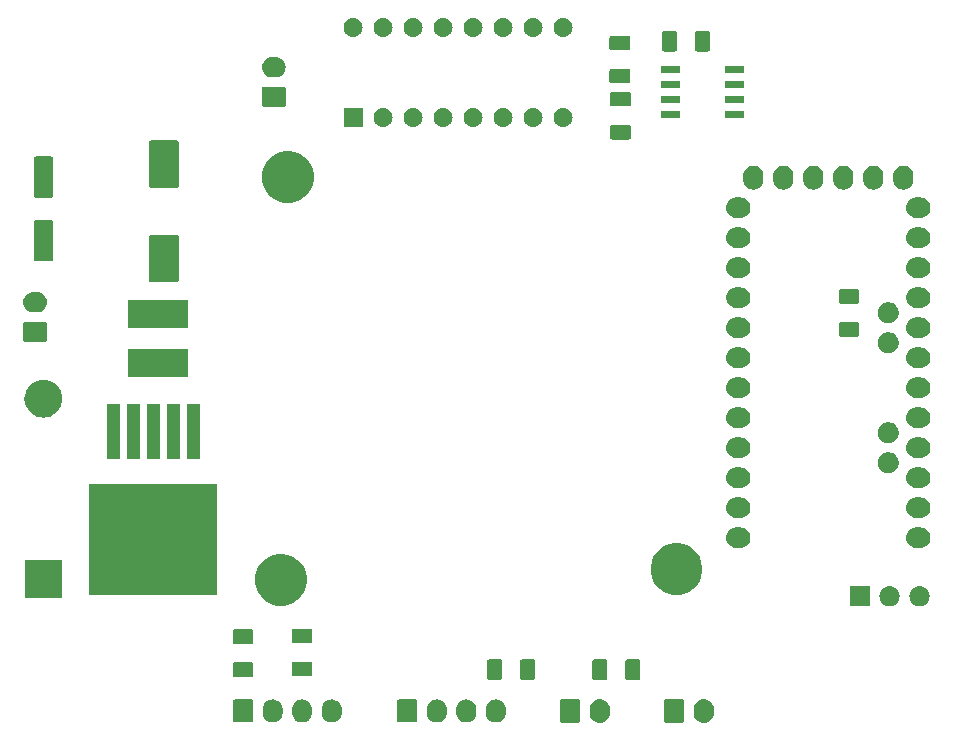
<source format=gts>
G04 #@! TF.GenerationSoftware,KiCad,Pcbnew,5.0.2-bee76a0~70~ubuntu18.04.1*
G04 #@! TF.CreationDate,2019-05-07T17:56:58+05:30*
G04 #@! TF.ProjectId,motbox_with_promini,6d6f7462-6f78-45f7-9769-74685f70726f,rev?*
G04 #@! TF.SameCoordinates,Original*
G04 #@! TF.FileFunction,Soldermask,Top*
G04 #@! TF.FilePolarity,Negative*
%FSLAX46Y46*%
G04 Gerber Fmt 4.6, Leading zero omitted, Abs format (unit mm)*
G04 Created by KiCad (PCBNEW 5.0.2-bee76a0~70~ubuntu18.04.1) date Tue May  7 17:56:58 2019*
%MOMM*%
%LPD*%
G01*
G04 APERTURE LIST*
%ADD10C,0.100000*%
G04 APERTURE END LIST*
D10*
G36*
X149766629Y-92512299D02*
X149871230Y-92544030D01*
X149926854Y-92560903D01*
X150000172Y-92600093D01*
X150074524Y-92639834D01*
X150203949Y-92746051D01*
X150310169Y-92875480D01*
X150389097Y-93023145D01*
X150437701Y-93183370D01*
X150450000Y-93308248D01*
X150450000Y-93691751D01*
X150437701Y-93816624D01*
X150437700Y-93816627D01*
X150437700Y-93816628D01*
X150389097Y-93976855D01*
X150360707Y-94029968D01*
X150310169Y-94124520D01*
X150203949Y-94253949D01*
X150074520Y-94360169D01*
X149926855Y-94439097D01*
X149766630Y-94487701D01*
X149600000Y-94504112D01*
X149433371Y-94487701D01*
X149273146Y-94439097D01*
X149125481Y-94360169D01*
X148996052Y-94253949D01*
X148889831Y-94124520D01*
X148810903Y-93976855D01*
X148762299Y-93816630D01*
X148750000Y-93691752D01*
X148750000Y-93308249D01*
X148762299Y-93183371D01*
X148803318Y-93048151D01*
X148810903Y-93023146D01*
X148856747Y-92937378D01*
X148889834Y-92875476D01*
X148996051Y-92746051D01*
X149125480Y-92639831D01*
X149273145Y-92560903D01*
X149433370Y-92512299D01*
X149600000Y-92495888D01*
X149766629Y-92512299D01*
X149766629Y-92512299D01*
G37*
G36*
X158566629Y-92512299D02*
X158671230Y-92544030D01*
X158726854Y-92560903D01*
X158800172Y-92600093D01*
X158874524Y-92639834D01*
X159003949Y-92746051D01*
X159110169Y-92875480D01*
X159189097Y-93023145D01*
X159237701Y-93183370D01*
X159250000Y-93308248D01*
X159250000Y-93691751D01*
X159237701Y-93816624D01*
X159237700Y-93816627D01*
X159237700Y-93816628D01*
X159189097Y-93976855D01*
X159160707Y-94029968D01*
X159110169Y-94124520D01*
X159003949Y-94253949D01*
X158874520Y-94360169D01*
X158726855Y-94439097D01*
X158566630Y-94487701D01*
X158400000Y-94504112D01*
X158233371Y-94487701D01*
X158073146Y-94439097D01*
X157925481Y-94360169D01*
X157796052Y-94253949D01*
X157689831Y-94124520D01*
X157610903Y-93976855D01*
X157562299Y-93816630D01*
X157550000Y-93691752D01*
X157550000Y-93308249D01*
X157562299Y-93183371D01*
X157603318Y-93048151D01*
X157610903Y-93023146D01*
X157656747Y-92937378D01*
X157689834Y-92875476D01*
X157796051Y-92746051D01*
X157925480Y-92639831D01*
X158073145Y-92560903D01*
X158233370Y-92512299D01*
X158400000Y-92495888D01*
X158566629Y-92512299D01*
X158566629Y-92512299D01*
G37*
G36*
X156619675Y-92503701D02*
X156649907Y-92512872D01*
X156677769Y-92527765D01*
X156702192Y-92547808D01*
X156722235Y-92572231D01*
X156737128Y-92600093D01*
X156746299Y-92630325D01*
X156750000Y-92667905D01*
X156750000Y-94332095D01*
X156746299Y-94369675D01*
X156737128Y-94399907D01*
X156722235Y-94427769D01*
X156702192Y-94452192D01*
X156677769Y-94472235D01*
X156649907Y-94487128D01*
X156619675Y-94496299D01*
X156582095Y-94500000D01*
X155217905Y-94500000D01*
X155180325Y-94496299D01*
X155150093Y-94487128D01*
X155122231Y-94472235D01*
X155097808Y-94452192D01*
X155077765Y-94427769D01*
X155062872Y-94399907D01*
X155053701Y-94369675D01*
X155050000Y-94332095D01*
X155050000Y-92667905D01*
X155053701Y-92630325D01*
X155062872Y-92600093D01*
X155077765Y-92572231D01*
X155097808Y-92547808D01*
X155122231Y-92527765D01*
X155150093Y-92512872D01*
X155180325Y-92503701D01*
X155217905Y-92500000D01*
X156582095Y-92500000D01*
X156619675Y-92503701D01*
X156619675Y-92503701D01*
G37*
G36*
X147819675Y-92503701D02*
X147849907Y-92512872D01*
X147877769Y-92527765D01*
X147902192Y-92547808D01*
X147922235Y-92572231D01*
X147937128Y-92600093D01*
X147946299Y-92630325D01*
X147950000Y-92667905D01*
X147950000Y-94332095D01*
X147946299Y-94369675D01*
X147937128Y-94399907D01*
X147922235Y-94427769D01*
X147902192Y-94452192D01*
X147877769Y-94472235D01*
X147849907Y-94487128D01*
X147819675Y-94496299D01*
X147782095Y-94500000D01*
X146417905Y-94500000D01*
X146380325Y-94496299D01*
X146350093Y-94487128D01*
X146322231Y-94472235D01*
X146297808Y-94452192D01*
X146277765Y-94427769D01*
X146262872Y-94399907D01*
X146253701Y-94369675D01*
X146250000Y-94332095D01*
X146250000Y-92667905D01*
X146253701Y-92630325D01*
X146262872Y-92600093D01*
X146277765Y-92572231D01*
X146297808Y-92547808D01*
X146322231Y-92527765D01*
X146350093Y-92512872D01*
X146380325Y-92503701D01*
X146417905Y-92500000D01*
X147782095Y-92500000D01*
X147819675Y-92503701D01*
X147819675Y-92503701D01*
G37*
G36*
X122066629Y-92537299D02*
X122181363Y-92572104D01*
X122226854Y-92585903D01*
X122300172Y-92625093D01*
X122374524Y-92664834D01*
X122503949Y-92771051D01*
X122610169Y-92900480D01*
X122689097Y-93048145D01*
X122737701Y-93208370D01*
X122750000Y-93333248D01*
X122750000Y-93666751D01*
X122737701Y-93791624D01*
X122737700Y-93791627D01*
X122737700Y-93791628D01*
X122689097Y-93951855D01*
X122660707Y-94004968D01*
X122610169Y-94099520D01*
X122503949Y-94228949D01*
X122374520Y-94335169D01*
X122226855Y-94414097D01*
X122066630Y-94462701D01*
X121900000Y-94479112D01*
X121733371Y-94462701D01*
X121573146Y-94414097D01*
X121425484Y-94335170D01*
X121296048Y-94228946D01*
X121189831Y-94099520D01*
X121110903Y-93951855D01*
X121062299Y-93791630D01*
X121050000Y-93666752D01*
X121050000Y-93333249D01*
X121062299Y-93208371D01*
X121097104Y-93093637D01*
X121110903Y-93048146D01*
X121156747Y-92962378D01*
X121189834Y-92900476D01*
X121296051Y-92771051D01*
X121425480Y-92664831D01*
X121573145Y-92585903D01*
X121733370Y-92537299D01*
X121900000Y-92520888D01*
X122066629Y-92537299D01*
X122066629Y-92537299D01*
G37*
G36*
X127066629Y-92537299D02*
X127181363Y-92572104D01*
X127226854Y-92585903D01*
X127300172Y-92625093D01*
X127374524Y-92664834D01*
X127503949Y-92771051D01*
X127610169Y-92900480D01*
X127689097Y-93048145D01*
X127737701Y-93208370D01*
X127750000Y-93333248D01*
X127750000Y-93666751D01*
X127737701Y-93791624D01*
X127737700Y-93791627D01*
X127737700Y-93791628D01*
X127689097Y-93951855D01*
X127660707Y-94004968D01*
X127610169Y-94099520D01*
X127503949Y-94228949D01*
X127374520Y-94335169D01*
X127226855Y-94414097D01*
X127066630Y-94462701D01*
X126900000Y-94479112D01*
X126733371Y-94462701D01*
X126573146Y-94414097D01*
X126425484Y-94335170D01*
X126296048Y-94228946D01*
X126189831Y-94099520D01*
X126110903Y-93951855D01*
X126062299Y-93791630D01*
X126050000Y-93666752D01*
X126050000Y-93333249D01*
X126062299Y-93208371D01*
X126097104Y-93093637D01*
X126110903Y-93048146D01*
X126156747Y-92962378D01*
X126189834Y-92900476D01*
X126296051Y-92771051D01*
X126425480Y-92664831D01*
X126573145Y-92585903D01*
X126733370Y-92537299D01*
X126900000Y-92520888D01*
X127066629Y-92537299D01*
X127066629Y-92537299D01*
G37*
G36*
X135966629Y-92537299D02*
X136081363Y-92572104D01*
X136126854Y-92585903D01*
X136200172Y-92625093D01*
X136274524Y-92664834D01*
X136403949Y-92771051D01*
X136510169Y-92900480D01*
X136589097Y-93048145D01*
X136637701Y-93208370D01*
X136650000Y-93333248D01*
X136650000Y-93666751D01*
X136637701Y-93791624D01*
X136637700Y-93791627D01*
X136637700Y-93791628D01*
X136589097Y-93951855D01*
X136560707Y-94004968D01*
X136510169Y-94099520D01*
X136403949Y-94228949D01*
X136274520Y-94335169D01*
X136126855Y-94414097D01*
X135966630Y-94462701D01*
X135800000Y-94479112D01*
X135633371Y-94462701D01*
X135473146Y-94414097D01*
X135325484Y-94335170D01*
X135196048Y-94228946D01*
X135089831Y-94099520D01*
X135010903Y-93951855D01*
X134962299Y-93791630D01*
X134950000Y-93666752D01*
X134950000Y-93333249D01*
X134962299Y-93208371D01*
X134997104Y-93093637D01*
X135010903Y-93048146D01*
X135056747Y-92962378D01*
X135089834Y-92900476D01*
X135196051Y-92771051D01*
X135325480Y-92664831D01*
X135473145Y-92585903D01*
X135633370Y-92537299D01*
X135800000Y-92520888D01*
X135966629Y-92537299D01*
X135966629Y-92537299D01*
G37*
G36*
X138466629Y-92537299D02*
X138581363Y-92572104D01*
X138626854Y-92585903D01*
X138700172Y-92625093D01*
X138774524Y-92664834D01*
X138903949Y-92771051D01*
X139010169Y-92900480D01*
X139089097Y-93048145D01*
X139137701Y-93208370D01*
X139150000Y-93333248D01*
X139150000Y-93666751D01*
X139137701Y-93791624D01*
X139137700Y-93791627D01*
X139137700Y-93791628D01*
X139089097Y-93951855D01*
X139060707Y-94004968D01*
X139010169Y-94099520D01*
X138903949Y-94228949D01*
X138774520Y-94335169D01*
X138626855Y-94414097D01*
X138466630Y-94462701D01*
X138300000Y-94479112D01*
X138133371Y-94462701D01*
X137973146Y-94414097D01*
X137825484Y-94335170D01*
X137696048Y-94228946D01*
X137589831Y-94099520D01*
X137510903Y-93951855D01*
X137462299Y-93791630D01*
X137450000Y-93666752D01*
X137450000Y-93333249D01*
X137462299Y-93208371D01*
X137497104Y-93093637D01*
X137510903Y-93048146D01*
X137556747Y-92962378D01*
X137589834Y-92900476D01*
X137696051Y-92771051D01*
X137825480Y-92664831D01*
X137973145Y-92585903D01*
X138133370Y-92537299D01*
X138300000Y-92520888D01*
X138466629Y-92537299D01*
X138466629Y-92537299D01*
G37*
G36*
X140966629Y-92537299D02*
X141081363Y-92572104D01*
X141126854Y-92585903D01*
X141200172Y-92625093D01*
X141274524Y-92664834D01*
X141403949Y-92771051D01*
X141510169Y-92900480D01*
X141589097Y-93048145D01*
X141637701Y-93208370D01*
X141650000Y-93333248D01*
X141650000Y-93666751D01*
X141637701Y-93791624D01*
X141637700Y-93791627D01*
X141637700Y-93791628D01*
X141589097Y-93951855D01*
X141560707Y-94004968D01*
X141510169Y-94099520D01*
X141403949Y-94228949D01*
X141274520Y-94335169D01*
X141126855Y-94414097D01*
X140966630Y-94462701D01*
X140800000Y-94479112D01*
X140633371Y-94462701D01*
X140473146Y-94414097D01*
X140325484Y-94335170D01*
X140196048Y-94228946D01*
X140089831Y-94099520D01*
X140010903Y-93951855D01*
X139962299Y-93791630D01*
X139950000Y-93666752D01*
X139950000Y-93333249D01*
X139962299Y-93208371D01*
X139997104Y-93093637D01*
X140010903Y-93048146D01*
X140056747Y-92962378D01*
X140089834Y-92900476D01*
X140196051Y-92771051D01*
X140325480Y-92664831D01*
X140473145Y-92585903D01*
X140633370Y-92537299D01*
X140800000Y-92520888D01*
X140966629Y-92537299D01*
X140966629Y-92537299D01*
G37*
G36*
X124566629Y-92537299D02*
X124681363Y-92572104D01*
X124726854Y-92585903D01*
X124800172Y-92625093D01*
X124874524Y-92664834D01*
X125003949Y-92771051D01*
X125110169Y-92900480D01*
X125189097Y-93048145D01*
X125237701Y-93208370D01*
X125250000Y-93333248D01*
X125250000Y-93666751D01*
X125237701Y-93791624D01*
X125237700Y-93791627D01*
X125237700Y-93791628D01*
X125189097Y-93951855D01*
X125160707Y-94004968D01*
X125110169Y-94099520D01*
X125003949Y-94228949D01*
X124874520Y-94335169D01*
X124726855Y-94414097D01*
X124566630Y-94462701D01*
X124400000Y-94479112D01*
X124233371Y-94462701D01*
X124073146Y-94414097D01*
X123925484Y-94335170D01*
X123796048Y-94228946D01*
X123689831Y-94099520D01*
X123610903Y-93951855D01*
X123562299Y-93791630D01*
X123550000Y-93666752D01*
X123550000Y-93333249D01*
X123562299Y-93208371D01*
X123597104Y-93093637D01*
X123610903Y-93048146D01*
X123656747Y-92962378D01*
X123689834Y-92900476D01*
X123796051Y-92771051D01*
X123925480Y-92664831D01*
X124073145Y-92585903D01*
X124233370Y-92537299D01*
X124400000Y-92520888D01*
X124566629Y-92537299D01*
X124566629Y-92537299D01*
G37*
G36*
X120119675Y-92528701D02*
X120149907Y-92537872D01*
X120177769Y-92552765D01*
X120202192Y-92572808D01*
X120222235Y-92597231D01*
X120237128Y-92625093D01*
X120246299Y-92655325D01*
X120250000Y-92692905D01*
X120250000Y-94307095D01*
X120246299Y-94344675D01*
X120237128Y-94374907D01*
X120222235Y-94402769D01*
X120202192Y-94427192D01*
X120177769Y-94447235D01*
X120149907Y-94462128D01*
X120119675Y-94471299D01*
X120082095Y-94475000D01*
X118717905Y-94475000D01*
X118680325Y-94471299D01*
X118650093Y-94462128D01*
X118622231Y-94447235D01*
X118597808Y-94427192D01*
X118577765Y-94402769D01*
X118562872Y-94374907D01*
X118553701Y-94344675D01*
X118550000Y-94307095D01*
X118550000Y-92692905D01*
X118553701Y-92655325D01*
X118562872Y-92625093D01*
X118577765Y-92597231D01*
X118597808Y-92572808D01*
X118622231Y-92552765D01*
X118650093Y-92537872D01*
X118680325Y-92528701D01*
X118717905Y-92525000D01*
X120082095Y-92525000D01*
X120119675Y-92528701D01*
X120119675Y-92528701D01*
G37*
G36*
X134019675Y-92528701D02*
X134049907Y-92537872D01*
X134077769Y-92552765D01*
X134102192Y-92572808D01*
X134122235Y-92597231D01*
X134137128Y-92625093D01*
X134146299Y-92655325D01*
X134150000Y-92692905D01*
X134150000Y-94307095D01*
X134146299Y-94344675D01*
X134137128Y-94374907D01*
X134122235Y-94402769D01*
X134102192Y-94427192D01*
X134077769Y-94447235D01*
X134049907Y-94462128D01*
X134019675Y-94471299D01*
X133982095Y-94475000D01*
X132617905Y-94475000D01*
X132580325Y-94471299D01*
X132550093Y-94462128D01*
X132522231Y-94447235D01*
X132497808Y-94427192D01*
X132477765Y-94402769D01*
X132462872Y-94374907D01*
X132453701Y-94344675D01*
X132450000Y-94307095D01*
X132450000Y-92692905D01*
X132453701Y-92655325D01*
X132462872Y-92625093D01*
X132477765Y-92597231D01*
X132497808Y-92572808D01*
X132522231Y-92552765D01*
X132550093Y-92537872D01*
X132580325Y-92528701D01*
X132617905Y-92525000D01*
X133982095Y-92525000D01*
X134019675Y-92528701D01*
X134019675Y-92528701D01*
G37*
G36*
X150084024Y-89128955D02*
X150116736Y-89138879D01*
X150146890Y-89154997D01*
X150173316Y-89176684D01*
X150195003Y-89203110D01*
X150211121Y-89233264D01*
X150221045Y-89265976D01*
X150225000Y-89306138D01*
X150225000Y-90693862D01*
X150221045Y-90734024D01*
X150211121Y-90766736D01*
X150195003Y-90796890D01*
X150173316Y-90823316D01*
X150146890Y-90845003D01*
X150116736Y-90861121D01*
X150084024Y-90871045D01*
X150043862Y-90875000D01*
X149156138Y-90875000D01*
X149115976Y-90871045D01*
X149083264Y-90861121D01*
X149053110Y-90845003D01*
X149026684Y-90823316D01*
X149004997Y-90796890D01*
X148988879Y-90766736D01*
X148978955Y-90734024D01*
X148975000Y-90693862D01*
X148975000Y-89306138D01*
X148978955Y-89265976D01*
X148988879Y-89233264D01*
X149004997Y-89203110D01*
X149026684Y-89176684D01*
X149053110Y-89154997D01*
X149083264Y-89138879D01*
X149115976Y-89128955D01*
X149156138Y-89125000D01*
X150043862Y-89125000D01*
X150084024Y-89128955D01*
X150084024Y-89128955D01*
G37*
G36*
X152884024Y-89128955D02*
X152916736Y-89138879D01*
X152946890Y-89154997D01*
X152973316Y-89176684D01*
X152995003Y-89203110D01*
X153011121Y-89233264D01*
X153021045Y-89265976D01*
X153025000Y-89306138D01*
X153025000Y-90693862D01*
X153021045Y-90734024D01*
X153011121Y-90766736D01*
X152995003Y-90796890D01*
X152973316Y-90823316D01*
X152946890Y-90845003D01*
X152916736Y-90861121D01*
X152884024Y-90871045D01*
X152843862Y-90875000D01*
X151956138Y-90875000D01*
X151915976Y-90871045D01*
X151883264Y-90861121D01*
X151853110Y-90845003D01*
X151826684Y-90823316D01*
X151804997Y-90796890D01*
X151788879Y-90766736D01*
X151778955Y-90734024D01*
X151775000Y-90693862D01*
X151775000Y-89306138D01*
X151778955Y-89265976D01*
X151788879Y-89233264D01*
X151804997Y-89203110D01*
X151826684Y-89176684D01*
X151853110Y-89154997D01*
X151883264Y-89138879D01*
X151915976Y-89128955D01*
X151956138Y-89125000D01*
X152843862Y-89125000D01*
X152884024Y-89128955D01*
X152884024Y-89128955D01*
G37*
G36*
X141184024Y-89128955D02*
X141216736Y-89138879D01*
X141246890Y-89154997D01*
X141273316Y-89176684D01*
X141295003Y-89203110D01*
X141311121Y-89233264D01*
X141321045Y-89265976D01*
X141325000Y-89306138D01*
X141325000Y-90693862D01*
X141321045Y-90734024D01*
X141311121Y-90766736D01*
X141295003Y-90796890D01*
X141273316Y-90823316D01*
X141246890Y-90845003D01*
X141216736Y-90861121D01*
X141184024Y-90871045D01*
X141143862Y-90875000D01*
X140256138Y-90875000D01*
X140215976Y-90871045D01*
X140183264Y-90861121D01*
X140153110Y-90845003D01*
X140126684Y-90823316D01*
X140104997Y-90796890D01*
X140088879Y-90766736D01*
X140078955Y-90734024D01*
X140075000Y-90693862D01*
X140075000Y-89306138D01*
X140078955Y-89265976D01*
X140088879Y-89233264D01*
X140104997Y-89203110D01*
X140126684Y-89176684D01*
X140153110Y-89154997D01*
X140183264Y-89138879D01*
X140215976Y-89128955D01*
X140256138Y-89125000D01*
X141143862Y-89125000D01*
X141184024Y-89128955D01*
X141184024Y-89128955D01*
G37*
G36*
X143984024Y-89128955D02*
X144016736Y-89138879D01*
X144046890Y-89154997D01*
X144073316Y-89176684D01*
X144095003Y-89203110D01*
X144111121Y-89233264D01*
X144121045Y-89265976D01*
X144125000Y-89306138D01*
X144125000Y-90693862D01*
X144121045Y-90734024D01*
X144111121Y-90766736D01*
X144095003Y-90796890D01*
X144073316Y-90823316D01*
X144046890Y-90845003D01*
X144016736Y-90861121D01*
X143984024Y-90871045D01*
X143943862Y-90875000D01*
X143056138Y-90875000D01*
X143015976Y-90871045D01*
X142983264Y-90861121D01*
X142953110Y-90845003D01*
X142926684Y-90823316D01*
X142904997Y-90796890D01*
X142888879Y-90766736D01*
X142878955Y-90734024D01*
X142875000Y-90693862D01*
X142875000Y-89306138D01*
X142878955Y-89265976D01*
X142888879Y-89233264D01*
X142904997Y-89203110D01*
X142926684Y-89176684D01*
X142953110Y-89154997D01*
X142983264Y-89138879D01*
X143015976Y-89128955D01*
X143056138Y-89125000D01*
X143943862Y-89125000D01*
X143984024Y-89128955D01*
X143984024Y-89128955D01*
G37*
G36*
X120134024Y-89378955D02*
X120166736Y-89388879D01*
X120196890Y-89404997D01*
X120223316Y-89426684D01*
X120245003Y-89453110D01*
X120261121Y-89483264D01*
X120271045Y-89515976D01*
X120275000Y-89556138D01*
X120275000Y-90443862D01*
X120271045Y-90484024D01*
X120261121Y-90516736D01*
X120245003Y-90546890D01*
X120223316Y-90573316D01*
X120196890Y-90595003D01*
X120166736Y-90611121D01*
X120134024Y-90621045D01*
X120093862Y-90625000D01*
X118706138Y-90625000D01*
X118665976Y-90621045D01*
X118633264Y-90611121D01*
X118603110Y-90595003D01*
X118576684Y-90573316D01*
X118554997Y-90546890D01*
X118538879Y-90516736D01*
X118528955Y-90484024D01*
X118525000Y-90443862D01*
X118525000Y-89556138D01*
X118528955Y-89515976D01*
X118538879Y-89483264D01*
X118554997Y-89453110D01*
X118576684Y-89426684D01*
X118603110Y-89404997D01*
X118633264Y-89388879D01*
X118665976Y-89378955D01*
X118706138Y-89375000D01*
X120093862Y-89375000D01*
X120134024Y-89378955D01*
X120134024Y-89378955D01*
G37*
G36*
X125134024Y-89328955D02*
X125166736Y-89338879D01*
X125196890Y-89354997D01*
X125223316Y-89376684D01*
X125245003Y-89403110D01*
X125261121Y-89433264D01*
X125271045Y-89465976D01*
X125275000Y-89506138D01*
X125275000Y-90393862D01*
X125271045Y-90434024D01*
X125261121Y-90466736D01*
X125245003Y-90496890D01*
X125223316Y-90523316D01*
X125196890Y-90545003D01*
X125166736Y-90561121D01*
X125134024Y-90571045D01*
X125093862Y-90575000D01*
X123706138Y-90575000D01*
X123665976Y-90571045D01*
X123633264Y-90561121D01*
X123603110Y-90545003D01*
X123576684Y-90523316D01*
X123554997Y-90496890D01*
X123538879Y-90466736D01*
X123528955Y-90434024D01*
X123525000Y-90393862D01*
X123525000Y-89506138D01*
X123528955Y-89465976D01*
X123538879Y-89433264D01*
X123554997Y-89403110D01*
X123576684Y-89376684D01*
X123603110Y-89354997D01*
X123633264Y-89338879D01*
X123665976Y-89328955D01*
X123706138Y-89325000D01*
X125093862Y-89325000D01*
X125134024Y-89328955D01*
X125134024Y-89328955D01*
G37*
G36*
X120134024Y-86578955D02*
X120166736Y-86588879D01*
X120196890Y-86604997D01*
X120223316Y-86626684D01*
X120245003Y-86653110D01*
X120261121Y-86683264D01*
X120271045Y-86715976D01*
X120275000Y-86756138D01*
X120275000Y-87643862D01*
X120271045Y-87684024D01*
X120261121Y-87716736D01*
X120245003Y-87746890D01*
X120223316Y-87773316D01*
X120196890Y-87795003D01*
X120166736Y-87811121D01*
X120134024Y-87821045D01*
X120093862Y-87825000D01*
X118706138Y-87825000D01*
X118665976Y-87821045D01*
X118633264Y-87811121D01*
X118603110Y-87795003D01*
X118576684Y-87773316D01*
X118554997Y-87746890D01*
X118538879Y-87716736D01*
X118528955Y-87684024D01*
X118525000Y-87643862D01*
X118525000Y-86756138D01*
X118528955Y-86715976D01*
X118538879Y-86683264D01*
X118554997Y-86653110D01*
X118576684Y-86626684D01*
X118603110Y-86604997D01*
X118633264Y-86588879D01*
X118665976Y-86578955D01*
X118706138Y-86575000D01*
X120093862Y-86575000D01*
X120134024Y-86578955D01*
X120134024Y-86578955D01*
G37*
G36*
X125134024Y-86528955D02*
X125166736Y-86538879D01*
X125196890Y-86554997D01*
X125223316Y-86576684D01*
X125245003Y-86603110D01*
X125261121Y-86633264D01*
X125271045Y-86665976D01*
X125275000Y-86706138D01*
X125275000Y-87593862D01*
X125271045Y-87634024D01*
X125261121Y-87666736D01*
X125245003Y-87696890D01*
X125223316Y-87723316D01*
X125196890Y-87745003D01*
X125166736Y-87761121D01*
X125134024Y-87771045D01*
X125093862Y-87775000D01*
X123706138Y-87775000D01*
X123665976Y-87771045D01*
X123633264Y-87761121D01*
X123603110Y-87745003D01*
X123576684Y-87723316D01*
X123554997Y-87696890D01*
X123538879Y-87666736D01*
X123528955Y-87634024D01*
X123525000Y-87593862D01*
X123525000Y-86706138D01*
X123528955Y-86665976D01*
X123538879Y-86633264D01*
X123554997Y-86603110D01*
X123576684Y-86576684D01*
X123603110Y-86554997D01*
X123633264Y-86538879D01*
X123665976Y-86528955D01*
X123706138Y-86525000D01*
X125093862Y-86525000D01*
X125134024Y-86528955D01*
X125134024Y-86528955D01*
G37*
G36*
X172450000Y-84650000D02*
X170750000Y-84650000D01*
X170750000Y-82950000D01*
X172450000Y-82950000D01*
X172450000Y-84650000D01*
X172450000Y-84650000D01*
G37*
G36*
X174306630Y-82962299D02*
X174466855Y-83010903D01*
X174614520Y-83089831D01*
X174743949Y-83196051D01*
X174850169Y-83325480D01*
X174929097Y-83473145D01*
X174977701Y-83633370D01*
X174994112Y-83800000D01*
X174977701Y-83966630D01*
X174929097Y-84126855D01*
X174850169Y-84274520D01*
X174743949Y-84403949D01*
X174614520Y-84510169D01*
X174466855Y-84589097D01*
X174306630Y-84637701D01*
X174181752Y-84650000D01*
X174098248Y-84650000D01*
X173973370Y-84637701D01*
X173813145Y-84589097D01*
X173665480Y-84510169D01*
X173536051Y-84403949D01*
X173429831Y-84274520D01*
X173350903Y-84126855D01*
X173302299Y-83966630D01*
X173285888Y-83800000D01*
X173302299Y-83633370D01*
X173350903Y-83473145D01*
X173429831Y-83325480D01*
X173536051Y-83196051D01*
X173665480Y-83089831D01*
X173813145Y-83010903D01*
X173973370Y-82962299D01*
X174098248Y-82950000D01*
X174181752Y-82950000D01*
X174306630Y-82962299D01*
X174306630Y-82962299D01*
G37*
G36*
X176846630Y-82962299D02*
X177006855Y-83010903D01*
X177154520Y-83089831D01*
X177283949Y-83196051D01*
X177390169Y-83325480D01*
X177469097Y-83473145D01*
X177517701Y-83633370D01*
X177534112Y-83800000D01*
X177517701Y-83966630D01*
X177469097Y-84126855D01*
X177390169Y-84274520D01*
X177283949Y-84403949D01*
X177154520Y-84510169D01*
X177006855Y-84589097D01*
X176846630Y-84637701D01*
X176721752Y-84650000D01*
X176638248Y-84650000D01*
X176513370Y-84637701D01*
X176353145Y-84589097D01*
X176205480Y-84510169D01*
X176076051Y-84403949D01*
X175969831Y-84274520D01*
X175890903Y-84126855D01*
X175842299Y-83966630D01*
X175825888Y-83800000D01*
X175842299Y-83633370D01*
X175890903Y-83473145D01*
X175969831Y-83325480D01*
X176076051Y-83196051D01*
X176205480Y-83089831D01*
X176353145Y-83010903D01*
X176513370Y-82962299D01*
X176638248Y-82950000D01*
X176721752Y-82950000D01*
X176846630Y-82962299D01*
X176846630Y-82962299D01*
G37*
G36*
X123241716Y-80284544D02*
X123642090Y-80450384D01*
X124002421Y-80691150D01*
X124308850Y-80997579D01*
X124549616Y-81357910D01*
X124715456Y-81758284D01*
X124800000Y-82183317D01*
X124800000Y-82616683D01*
X124715456Y-83041716D01*
X124549616Y-83442090D01*
X124308850Y-83802421D01*
X124002421Y-84108850D01*
X123642090Y-84349616D01*
X123241716Y-84515456D01*
X122816683Y-84600000D01*
X122383317Y-84600000D01*
X121958284Y-84515456D01*
X121557910Y-84349616D01*
X121197579Y-84108850D01*
X120891150Y-83802421D01*
X120650384Y-83442090D01*
X120484544Y-83041716D01*
X120400000Y-82616683D01*
X120400000Y-82183317D01*
X120484544Y-81758284D01*
X120650384Y-81357910D01*
X120891150Y-80997579D01*
X121197579Y-80691150D01*
X121557910Y-80450384D01*
X121958284Y-80284544D01*
X122383317Y-80200000D01*
X122816683Y-80200000D01*
X123241716Y-80284544D01*
X123241716Y-80284544D01*
G37*
G36*
X104100000Y-83900000D02*
X100900000Y-83900000D01*
X100900000Y-80700000D01*
X104100000Y-80700000D01*
X104100000Y-83900000D01*
X104100000Y-83900000D01*
G37*
G36*
X117200000Y-83700000D02*
X106400000Y-83700000D01*
X106400000Y-74300000D01*
X117200000Y-74300000D01*
X117200000Y-83700000D01*
X117200000Y-83700000D01*
G37*
G36*
X156741716Y-79384544D02*
X157142090Y-79550384D01*
X157502421Y-79791150D01*
X157808850Y-80097579D01*
X158049616Y-80457910D01*
X158215456Y-80858284D01*
X158300000Y-81283317D01*
X158300000Y-81716683D01*
X158215456Y-82141716D01*
X158049616Y-82542090D01*
X157808850Y-82902421D01*
X157502421Y-83208850D01*
X157142090Y-83449616D01*
X156741716Y-83615456D01*
X156316683Y-83700000D01*
X155883317Y-83700000D01*
X155458284Y-83615456D01*
X155057910Y-83449616D01*
X154697579Y-83208850D01*
X154391150Y-82902421D01*
X154150384Y-82542090D01*
X153984544Y-82141716D01*
X153900000Y-81716683D01*
X153900000Y-81283317D01*
X153984544Y-80858284D01*
X154150384Y-80457910D01*
X154391150Y-80097579D01*
X154697579Y-79791150D01*
X155057910Y-79550384D01*
X155458284Y-79384544D01*
X155883317Y-79300000D01*
X156316683Y-79300000D01*
X156741716Y-79384544D01*
X156741716Y-79384544D01*
G37*
G36*
X176807112Y-77970565D02*
X176891695Y-77978896D01*
X177012127Y-78015429D01*
X177054488Y-78028279D01*
X177204512Y-78108468D01*
X177336012Y-78216388D01*
X177443932Y-78347888D01*
X177524121Y-78497912D01*
X177524122Y-78497916D01*
X177573504Y-78660705D01*
X177590178Y-78830000D01*
X177573504Y-78999295D01*
X177536971Y-79119727D01*
X177524121Y-79162088D01*
X177443932Y-79312112D01*
X177336012Y-79443612D01*
X177204512Y-79551532D01*
X177054488Y-79631721D01*
X177012127Y-79644571D01*
X176891695Y-79681104D01*
X176807112Y-79689435D01*
X176764821Y-79693600D01*
X176375179Y-79693600D01*
X176332888Y-79689435D01*
X176248305Y-79681104D01*
X176127873Y-79644571D01*
X176085512Y-79631721D01*
X175935488Y-79551532D01*
X175803988Y-79443612D01*
X175696068Y-79312112D01*
X175615879Y-79162088D01*
X175603029Y-79119727D01*
X175566496Y-78999295D01*
X175549822Y-78830000D01*
X175566496Y-78660705D01*
X175615878Y-78497916D01*
X175615879Y-78497912D01*
X175696068Y-78347888D01*
X175803988Y-78216388D01*
X175935488Y-78108468D01*
X176085512Y-78028279D01*
X176127873Y-78015429D01*
X176248305Y-77978896D01*
X176332888Y-77970565D01*
X176375179Y-77966400D01*
X176764821Y-77966400D01*
X176807112Y-77970565D01*
X176807112Y-77970565D01*
G37*
G36*
X161567112Y-77970565D02*
X161651695Y-77978896D01*
X161772127Y-78015429D01*
X161814488Y-78028279D01*
X161964512Y-78108468D01*
X162096012Y-78216388D01*
X162203932Y-78347888D01*
X162284121Y-78497912D01*
X162284122Y-78497916D01*
X162333504Y-78660705D01*
X162350178Y-78830000D01*
X162333504Y-78999295D01*
X162296971Y-79119727D01*
X162284121Y-79162088D01*
X162203932Y-79312112D01*
X162096012Y-79443612D01*
X161964512Y-79551532D01*
X161814488Y-79631721D01*
X161772127Y-79644571D01*
X161651695Y-79681104D01*
X161567112Y-79689435D01*
X161524821Y-79693600D01*
X161135179Y-79693600D01*
X161092888Y-79689435D01*
X161008305Y-79681104D01*
X160887873Y-79644571D01*
X160845512Y-79631721D01*
X160695488Y-79551532D01*
X160563988Y-79443612D01*
X160456068Y-79312112D01*
X160375879Y-79162088D01*
X160363029Y-79119727D01*
X160326496Y-78999295D01*
X160309822Y-78830000D01*
X160326496Y-78660705D01*
X160375878Y-78497916D01*
X160375879Y-78497912D01*
X160456068Y-78347888D01*
X160563988Y-78216388D01*
X160695488Y-78108468D01*
X160845512Y-78028279D01*
X160887873Y-78015429D01*
X161008305Y-77978896D01*
X161092888Y-77970565D01*
X161135179Y-77966400D01*
X161524821Y-77966400D01*
X161567112Y-77970565D01*
X161567112Y-77970565D01*
G37*
G36*
X161567112Y-75430565D02*
X161651695Y-75438896D01*
X161772127Y-75475429D01*
X161814488Y-75488279D01*
X161964512Y-75568468D01*
X162096012Y-75676388D01*
X162203932Y-75807888D01*
X162284121Y-75957912D01*
X162284122Y-75957916D01*
X162333504Y-76120705D01*
X162350178Y-76290000D01*
X162333504Y-76459295D01*
X162296971Y-76579727D01*
X162284121Y-76622088D01*
X162203932Y-76772112D01*
X162096012Y-76903612D01*
X161964512Y-77011532D01*
X161814488Y-77091721D01*
X161772127Y-77104571D01*
X161651695Y-77141104D01*
X161567112Y-77149435D01*
X161524821Y-77153600D01*
X161135179Y-77153600D01*
X161092888Y-77149435D01*
X161008305Y-77141104D01*
X160887873Y-77104571D01*
X160845512Y-77091721D01*
X160695488Y-77011532D01*
X160563988Y-76903612D01*
X160456068Y-76772112D01*
X160375879Y-76622088D01*
X160363029Y-76579727D01*
X160326496Y-76459295D01*
X160309822Y-76290000D01*
X160326496Y-76120705D01*
X160375878Y-75957916D01*
X160375879Y-75957912D01*
X160456068Y-75807888D01*
X160563988Y-75676388D01*
X160695488Y-75568468D01*
X160845512Y-75488279D01*
X160887873Y-75475429D01*
X161008305Y-75438896D01*
X161092888Y-75430565D01*
X161135179Y-75426400D01*
X161524821Y-75426400D01*
X161567112Y-75430565D01*
X161567112Y-75430565D01*
G37*
G36*
X176807112Y-75430565D02*
X176891695Y-75438896D01*
X177012127Y-75475429D01*
X177054488Y-75488279D01*
X177204512Y-75568468D01*
X177336012Y-75676388D01*
X177443932Y-75807888D01*
X177524121Y-75957912D01*
X177524122Y-75957916D01*
X177573504Y-76120705D01*
X177590178Y-76290000D01*
X177573504Y-76459295D01*
X177536971Y-76579727D01*
X177524121Y-76622088D01*
X177443932Y-76772112D01*
X177336012Y-76903612D01*
X177204512Y-77011532D01*
X177054488Y-77091721D01*
X177012127Y-77104571D01*
X176891695Y-77141104D01*
X176807112Y-77149435D01*
X176764821Y-77153600D01*
X176375179Y-77153600D01*
X176332888Y-77149435D01*
X176248305Y-77141104D01*
X176127873Y-77104571D01*
X176085512Y-77091721D01*
X175935488Y-77011532D01*
X175803988Y-76903612D01*
X175696068Y-76772112D01*
X175615879Y-76622088D01*
X175603029Y-76579727D01*
X175566496Y-76459295D01*
X175549822Y-76290000D01*
X175566496Y-76120705D01*
X175615878Y-75957916D01*
X175615879Y-75957912D01*
X175696068Y-75807888D01*
X175803988Y-75676388D01*
X175935488Y-75568468D01*
X176085512Y-75488279D01*
X176127873Y-75475429D01*
X176248305Y-75438896D01*
X176332888Y-75430565D01*
X176375179Y-75426400D01*
X176764821Y-75426400D01*
X176807112Y-75430565D01*
X176807112Y-75430565D01*
G37*
G36*
X161567112Y-72890565D02*
X161651695Y-72898896D01*
X161772127Y-72935429D01*
X161814488Y-72948279D01*
X161964512Y-73028468D01*
X162096012Y-73136388D01*
X162203932Y-73267888D01*
X162284121Y-73417912D01*
X162284122Y-73417916D01*
X162333504Y-73580705D01*
X162350178Y-73750000D01*
X162333504Y-73919295D01*
X162296971Y-74039727D01*
X162284121Y-74082088D01*
X162203932Y-74232112D01*
X162096012Y-74363612D01*
X161964512Y-74471532D01*
X161814488Y-74551721D01*
X161772127Y-74564571D01*
X161651695Y-74601104D01*
X161567112Y-74609435D01*
X161524821Y-74613600D01*
X161135179Y-74613600D01*
X161092888Y-74609435D01*
X161008305Y-74601104D01*
X160887873Y-74564571D01*
X160845512Y-74551721D01*
X160695488Y-74471532D01*
X160563988Y-74363612D01*
X160456068Y-74232112D01*
X160375879Y-74082088D01*
X160363029Y-74039727D01*
X160326496Y-73919295D01*
X160309822Y-73750000D01*
X160326496Y-73580705D01*
X160375878Y-73417916D01*
X160375879Y-73417912D01*
X160456068Y-73267888D01*
X160563988Y-73136388D01*
X160695488Y-73028468D01*
X160845512Y-72948279D01*
X160887873Y-72935429D01*
X161008305Y-72898896D01*
X161092888Y-72890565D01*
X161135179Y-72886400D01*
X161524821Y-72886400D01*
X161567112Y-72890565D01*
X161567112Y-72890565D01*
G37*
G36*
X176807112Y-72890565D02*
X176891695Y-72898896D01*
X177012127Y-72935429D01*
X177054488Y-72948279D01*
X177204512Y-73028468D01*
X177336012Y-73136388D01*
X177443932Y-73267888D01*
X177524121Y-73417912D01*
X177524122Y-73417916D01*
X177573504Y-73580705D01*
X177590178Y-73750000D01*
X177573504Y-73919295D01*
X177536971Y-74039727D01*
X177524121Y-74082088D01*
X177443932Y-74232112D01*
X177336012Y-74363612D01*
X177204512Y-74471532D01*
X177054488Y-74551721D01*
X177012127Y-74564571D01*
X176891695Y-74601104D01*
X176807112Y-74609435D01*
X176764821Y-74613600D01*
X176375179Y-74613600D01*
X176332888Y-74609435D01*
X176248305Y-74601104D01*
X176127873Y-74564571D01*
X176085512Y-74551721D01*
X175935488Y-74471532D01*
X175803988Y-74363612D01*
X175696068Y-74232112D01*
X175615879Y-74082088D01*
X175603029Y-74039727D01*
X175566496Y-73919295D01*
X175549822Y-73750000D01*
X175566496Y-73580705D01*
X175615878Y-73417916D01*
X175615879Y-73417912D01*
X175696068Y-73267888D01*
X175803988Y-73136388D01*
X175935488Y-73028468D01*
X176085512Y-72948279D01*
X176127873Y-72935429D01*
X176248305Y-72898896D01*
X176332888Y-72890565D01*
X176375179Y-72886400D01*
X176764821Y-72886400D01*
X176807112Y-72890565D01*
X176807112Y-72890565D01*
G37*
G36*
X174289312Y-71625164D02*
X174451098Y-71692178D01*
X174596707Y-71789471D01*
X174720529Y-71913293D01*
X174817822Y-72058902D01*
X174884836Y-72220688D01*
X174919000Y-72392441D01*
X174919000Y-72567559D01*
X174884836Y-72739312D01*
X174817822Y-72901098D01*
X174720529Y-73046707D01*
X174596707Y-73170529D01*
X174451098Y-73267822D01*
X174289312Y-73334836D01*
X174117559Y-73369000D01*
X173942441Y-73369000D01*
X173770688Y-73334836D01*
X173608902Y-73267822D01*
X173463293Y-73170529D01*
X173339471Y-73046707D01*
X173242178Y-72901098D01*
X173175164Y-72739312D01*
X173141000Y-72567559D01*
X173141000Y-72392441D01*
X173175164Y-72220688D01*
X173242178Y-72058902D01*
X173339471Y-71913293D01*
X173463293Y-71789471D01*
X173608902Y-71692178D01*
X173770688Y-71625164D01*
X173942441Y-71591000D01*
X174117559Y-71591000D01*
X174289312Y-71625164D01*
X174289312Y-71625164D01*
G37*
G36*
X114050000Y-72150000D02*
X112950000Y-72150000D01*
X112950000Y-67550000D01*
X114050000Y-67550000D01*
X114050000Y-72150000D01*
X114050000Y-72150000D01*
G37*
G36*
X108950000Y-72150000D02*
X107850000Y-72150000D01*
X107850000Y-67550000D01*
X108950000Y-67550000D01*
X108950000Y-72150000D01*
X108950000Y-72150000D01*
G37*
G36*
X110650000Y-72150000D02*
X109550000Y-72150000D01*
X109550000Y-67550000D01*
X110650000Y-67550000D01*
X110650000Y-72150000D01*
X110650000Y-72150000D01*
G37*
G36*
X112350000Y-72150000D02*
X111250000Y-72150000D01*
X111250000Y-67550000D01*
X112350000Y-67550000D01*
X112350000Y-72150000D01*
X112350000Y-72150000D01*
G37*
G36*
X115750000Y-72150000D02*
X114650000Y-72150000D01*
X114650000Y-67550000D01*
X115750000Y-67550000D01*
X115750000Y-72150000D01*
X115750000Y-72150000D01*
G37*
G36*
X176807112Y-70350565D02*
X176891695Y-70358896D01*
X177012127Y-70395429D01*
X177054488Y-70408279D01*
X177204512Y-70488468D01*
X177336012Y-70596388D01*
X177443932Y-70727888D01*
X177524121Y-70877912D01*
X177524122Y-70877916D01*
X177573504Y-71040705D01*
X177590178Y-71210000D01*
X177573504Y-71379295D01*
X177536971Y-71499727D01*
X177524121Y-71542088D01*
X177443932Y-71692112D01*
X177336012Y-71823612D01*
X177204512Y-71931532D01*
X177054488Y-72011721D01*
X177012127Y-72024571D01*
X176891695Y-72061104D01*
X176807112Y-72069435D01*
X176764821Y-72073600D01*
X176375179Y-72073600D01*
X176332888Y-72069435D01*
X176248305Y-72061104D01*
X176127873Y-72024571D01*
X176085512Y-72011721D01*
X175935488Y-71931532D01*
X175803988Y-71823612D01*
X175696068Y-71692112D01*
X175615879Y-71542088D01*
X175603029Y-71499727D01*
X175566496Y-71379295D01*
X175549822Y-71210000D01*
X175566496Y-71040705D01*
X175615878Y-70877916D01*
X175615879Y-70877912D01*
X175696068Y-70727888D01*
X175803988Y-70596388D01*
X175935488Y-70488468D01*
X176085512Y-70408279D01*
X176127873Y-70395429D01*
X176248305Y-70358896D01*
X176332888Y-70350565D01*
X176375179Y-70346400D01*
X176764821Y-70346400D01*
X176807112Y-70350565D01*
X176807112Y-70350565D01*
G37*
G36*
X161567112Y-70350565D02*
X161651695Y-70358896D01*
X161772127Y-70395429D01*
X161814488Y-70408279D01*
X161964512Y-70488468D01*
X162096012Y-70596388D01*
X162203932Y-70727888D01*
X162284121Y-70877912D01*
X162284122Y-70877916D01*
X162333504Y-71040705D01*
X162350178Y-71210000D01*
X162333504Y-71379295D01*
X162296971Y-71499727D01*
X162284121Y-71542088D01*
X162203932Y-71692112D01*
X162096012Y-71823612D01*
X161964512Y-71931532D01*
X161814488Y-72011721D01*
X161772127Y-72024571D01*
X161651695Y-72061104D01*
X161567112Y-72069435D01*
X161524821Y-72073600D01*
X161135179Y-72073600D01*
X161092888Y-72069435D01*
X161008305Y-72061104D01*
X160887873Y-72024571D01*
X160845512Y-72011721D01*
X160695488Y-71931532D01*
X160563988Y-71823612D01*
X160456068Y-71692112D01*
X160375879Y-71542088D01*
X160363029Y-71499727D01*
X160326496Y-71379295D01*
X160309822Y-71210000D01*
X160326496Y-71040705D01*
X160375878Y-70877916D01*
X160375879Y-70877912D01*
X160456068Y-70727888D01*
X160563988Y-70596388D01*
X160695488Y-70488468D01*
X160845512Y-70408279D01*
X160887873Y-70395429D01*
X161008305Y-70358896D01*
X161092888Y-70350565D01*
X161135179Y-70346400D01*
X161524821Y-70346400D01*
X161567112Y-70350565D01*
X161567112Y-70350565D01*
G37*
G36*
X174289312Y-69085164D02*
X174451098Y-69152178D01*
X174596707Y-69249471D01*
X174720529Y-69373293D01*
X174817822Y-69518902D01*
X174884836Y-69680688D01*
X174919000Y-69852441D01*
X174919000Y-70027559D01*
X174884836Y-70199312D01*
X174817822Y-70361098D01*
X174720529Y-70506707D01*
X174596707Y-70630529D01*
X174451098Y-70727822D01*
X174289312Y-70794836D01*
X174117559Y-70829000D01*
X173942441Y-70829000D01*
X173770688Y-70794836D01*
X173608902Y-70727822D01*
X173463293Y-70630529D01*
X173339471Y-70506707D01*
X173242178Y-70361098D01*
X173175164Y-70199312D01*
X173141000Y-70027559D01*
X173141000Y-69852441D01*
X173175164Y-69680688D01*
X173242178Y-69518902D01*
X173339471Y-69373293D01*
X173463293Y-69249471D01*
X173608902Y-69152178D01*
X173770688Y-69085164D01*
X173942441Y-69051000D01*
X174117559Y-69051000D01*
X174289312Y-69085164D01*
X174289312Y-69085164D01*
G37*
G36*
X176807112Y-67810565D02*
X176891695Y-67818896D01*
X177012127Y-67855429D01*
X177054488Y-67868279D01*
X177204512Y-67948468D01*
X177336012Y-68056388D01*
X177443932Y-68187888D01*
X177524121Y-68337912D01*
X177524122Y-68337916D01*
X177573504Y-68500705D01*
X177590178Y-68670000D01*
X177573504Y-68839295D01*
X177536971Y-68959727D01*
X177524121Y-69002088D01*
X177443932Y-69152112D01*
X177336012Y-69283612D01*
X177204512Y-69391532D01*
X177054488Y-69471721D01*
X177012127Y-69484571D01*
X176891695Y-69521104D01*
X176807112Y-69529435D01*
X176764821Y-69533600D01*
X176375179Y-69533600D01*
X176332888Y-69529435D01*
X176248305Y-69521104D01*
X176127873Y-69484571D01*
X176085512Y-69471721D01*
X175935488Y-69391532D01*
X175803988Y-69283612D01*
X175696068Y-69152112D01*
X175615879Y-69002088D01*
X175603029Y-68959727D01*
X175566496Y-68839295D01*
X175549822Y-68670000D01*
X175566496Y-68500705D01*
X175615878Y-68337916D01*
X175615879Y-68337912D01*
X175696068Y-68187888D01*
X175803988Y-68056388D01*
X175935488Y-67948468D01*
X176085512Y-67868279D01*
X176127873Y-67855429D01*
X176248305Y-67818896D01*
X176332888Y-67810565D01*
X176375179Y-67806400D01*
X176764821Y-67806400D01*
X176807112Y-67810565D01*
X176807112Y-67810565D01*
G37*
G36*
X161567112Y-67810565D02*
X161651695Y-67818896D01*
X161772127Y-67855429D01*
X161814488Y-67868279D01*
X161964512Y-67948468D01*
X162096012Y-68056388D01*
X162203932Y-68187888D01*
X162284121Y-68337912D01*
X162284122Y-68337916D01*
X162333504Y-68500705D01*
X162350178Y-68670000D01*
X162333504Y-68839295D01*
X162296971Y-68959727D01*
X162284121Y-69002088D01*
X162203932Y-69152112D01*
X162096012Y-69283612D01*
X161964512Y-69391532D01*
X161814488Y-69471721D01*
X161772127Y-69484571D01*
X161651695Y-69521104D01*
X161567112Y-69529435D01*
X161524821Y-69533600D01*
X161135179Y-69533600D01*
X161092888Y-69529435D01*
X161008305Y-69521104D01*
X160887873Y-69484571D01*
X160845512Y-69471721D01*
X160695488Y-69391532D01*
X160563988Y-69283612D01*
X160456068Y-69152112D01*
X160375879Y-69002088D01*
X160363029Y-68959727D01*
X160326496Y-68839295D01*
X160309822Y-68670000D01*
X160326496Y-68500705D01*
X160375878Y-68337916D01*
X160375879Y-68337912D01*
X160456068Y-68187888D01*
X160563988Y-68056388D01*
X160695488Y-67948468D01*
X160845512Y-67868279D01*
X160887873Y-67855429D01*
X161008305Y-67818896D01*
X161092888Y-67810565D01*
X161135179Y-67806400D01*
X161524821Y-67806400D01*
X161567112Y-67810565D01*
X161567112Y-67810565D01*
G37*
G36*
X102656950Y-65467717D02*
X102813655Y-65483151D01*
X103014722Y-65544144D01*
X103115257Y-65574641D01*
X103252292Y-65647888D01*
X103393213Y-65723212D01*
X103393215Y-65723213D01*
X103393214Y-65723213D01*
X103636845Y-65923155D01*
X103836787Y-66166786D01*
X103985359Y-66444743D01*
X104015856Y-66545278D01*
X104076849Y-66746345D01*
X104107741Y-67060000D01*
X104076849Y-67373655D01*
X104023355Y-67550000D01*
X103985359Y-67675257D01*
X103915261Y-67806400D01*
X103836788Y-67953213D01*
X103636845Y-68196845D01*
X103393213Y-68396788D01*
X103263828Y-68465946D01*
X103115257Y-68545359D01*
X103014722Y-68575856D01*
X102813655Y-68636849D01*
X102656950Y-68652283D01*
X102578598Y-68660000D01*
X102421402Y-68660000D01*
X102343050Y-68652283D01*
X102186345Y-68636849D01*
X101985278Y-68575856D01*
X101884743Y-68545359D01*
X101736172Y-68465946D01*
X101606787Y-68396788D01*
X101363155Y-68196845D01*
X101163212Y-67953213D01*
X101084739Y-67806400D01*
X101014641Y-67675257D01*
X100976645Y-67550000D01*
X100923151Y-67373655D01*
X100892259Y-67060000D01*
X100923151Y-66746345D01*
X100984144Y-66545278D01*
X101014641Y-66444743D01*
X101163213Y-66166786D01*
X101363155Y-65923155D01*
X101606786Y-65723213D01*
X101606785Y-65723213D01*
X101606787Y-65723212D01*
X101747708Y-65647888D01*
X101884743Y-65574641D01*
X101985278Y-65544144D01*
X102186345Y-65483151D01*
X102343050Y-65467717D01*
X102421402Y-65460000D01*
X102578598Y-65460000D01*
X102656950Y-65467717D01*
X102656950Y-65467717D01*
G37*
G36*
X176807112Y-65270565D02*
X176891695Y-65278896D01*
X177012127Y-65315429D01*
X177054488Y-65328279D01*
X177204512Y-65408468D01*
X177336012Y-65516388D01*
X177443932Y-65647888D01*
X177524121Y-65797912D01*
X177524122Y-65797916D01*
X177573504Y-65960705D01*
X177590178Y-66130000D01*
X177573504Y-66299295D01*
X177536971Y-66419727D01*
X177524121Y-66462088D01*
X177443932Y-66612112D01*
X177336012Y-66743612D01*
X177204512Y-66851532D01*
X177054488Y-66931721D01*
X177012127Y-66944571D01*
X176891695Y-66981104D01*
X176807112Y-66989435D01*
X176764821Y-66993600D01*
X176375179Y-66993600D01*
X176332888Y-66989435D01*
X176248305Y-66981104D01*
X176127873Y-66944571D01*
X176085512Y-66931721D01*
X175935488Y-66851532D01*
X175803988Y-66743612D01*
X175696068Y-66612112D01*
X175615879Y-66462088D01*
X175603029Y-66419727D01*
X175566496Y-66299295D01*
X175549822Y-66130000D01*
X175566496Y-65960705D01*
X175615878Y-65797916D01*
X175615879Y-65797912D01*
X175696068Y-65647888D01*
X175803988Y-65516388D01*
X175935488Y-65408468D01*
X176085512Y-65328279D01*
X176127873Y-65315429D01*
X176248305Y-65278896D01*
X176332888Y-65270565D01*
X176375179Y-65266400D01*
X176764821Y-65266400D01*
X176807112Y-65270565D01*
X176807112Y-65270565D01*
G37*
G36*
X161567112Y-65270565D02*
X161651695Y-65278896D01*
X161772127Y-65315429D01*
X161814488Y-65328279D01*
X161964512Y-65408468D01*
X162096012Y-65516388D01*
X162203932Y-65647888D01*
X162284121Y-65797912D01*
X162284122Y-65797916D01*
X162333504Y-65960705D01*
X162350178Y-66130000D01*
X162333504Y-66299295D01*
X162296971Y-66419727D01*
X162284121Y-66462088D01*
X162203932Y-66612112D01*
X162096012Y-66743612D01*
X161964512Y-66851532D01*
X161814488Y-66931721D01*
X161772127Y-66944571D01*
X161651695Y-66981104D01*
X161567112Y-66989435D01*
X161524821Y-66993600D01*
X161135179Y-66993600D01*
X161092888Y-66989435D01*
X161008305Y-66981104D01*
X160887873Y-66944571D01*
X160845512Y-66931721D01*
X160695488Y-66851532D01*
X160563988Y-66743612D01*
X160456068Y-66612112D01*
X160375879Y-66462088D01*
X160363029Y-66419727D01*
X160326496Y-66299295D01*
X160309822Y-66130000D01*
X160326496Y-65960705D01*
X160375878Y-65797916D01*
X160375879Y-65797912D01*
X160456068Y-65647888D01*
X160563988Y-65516388D01*
X160695488Y-65408468D01*
X160845512Y-65328279D01*
X160887873Y-65315429D01*
X161008305Y-65278896D01*
X161092888Y-65270565D01*
X161135179Y-65266400D01*
X161524821Y-65266400D01*
X161567112Y-65270565D01*
X161567112Y-65270565D01*
G37*
G36*
X114750000Y-65225000D02*
X109650000Y-65225000D01*
X109650000Y-62875000D01*
X114750000Y-62875000D01*
X114750000Y-65225000D01*
X114750000Y-65225000D01*
G37*
G36*
X176807112Y-62730565D02*
X176891695Y-62738896D01*
X177012127Y-62775429D01*
X177054488Y-62788279D01*
X177204512Y-62868468D01*
X177336012Y-62976388D01*
X177443932Y-63107888D01*
X177524121Y-63257912D01*
X177524122Y-63257916D01*
X177573504Y-63420705D01*
X177590178Y-63590000D01*
X177573504Y-63759295D01*
X177536971Y-63879727D01*
X177524121Y-63922088D01*
X177443932Y-64072112D01*
X177336012Y-64203612D01*
X177204512Y-64311532D01*
X177054488Y-64391721D01*
X177012127Y-64404571D01*
X176891695Y-64441104D01*
X176807112Y-64449435D01*
X176764821Y-64453600D01*
X176375179Y-64453600D01*
X176332888Y-64449435D01*
X176248305Y-64441104D01*
X176127873Y-64404571D01*
X176085512Y-64391721D01*
X175935488Y-64311532D01*
X175803988Y-64203612D01*
X175696068Y-64072112D01*
X175615879Y-63922088D01*
X175603029Y-63879727D01*
X175566496Y-63759295D01*
X175549822Y-63590000D01*
X175566496Y-63420705D01*
X175615878Y-63257916D01*
X175615879Y-63257912D01*
X175696068Y-63107888D01*
X175803988Y-62976388D01*
X175935488Y-62868468D01*
X176085512Y-62788279D01*
X176127873Y-62775429D01*
X176248305Y-62738896D01*
X176332888Y-62730565D01*
X176375179Y-62726400D01*
X176764821Y-62726400D01*
X176807112Y-62730565D01*
X176807112Y-62730565D01*
G37*
G36*
X161567112Y-62730565D02*
X161651695Y-62738896D01*
X161772127Y-62775429D01*
X161814488Y-62788279D01*
X161964512Y-62868468D01*
X162096012Y-62976388D01*
X162203932Y-63107888D01*
X162284121Y-63257912D01*
X162284122Y-63257916D01*
X162333504Y-63420705D01*
X162350178Y-63590000D01*
X162333504Y-63759295D01*
X162296971Y-63879727D01*
X162284121Y-63922088D01*
X162203932Y-64072112D01*
X162096012Y-64203612D01*
X161964512Y-64311532D01*
X161814488Y-64391721D01*
X161772127Y-64404571D01*
X161651695Y-64441104D01*
X161567112Y-64449435D01*
X161524821Y-64453600D01*
X161135179Y-64453600D01*
X161092888Y-64449435D01*
X161008305Y-64441104D01*
X160887873Y-64404571D01*
X160845512Y-64391721D01*
X160695488Y-64311532D01*
X160563988Y-64203612D01*
X160456068Y-64072112D01*
X160375879Y-63922088D01*
X160363029Y-63879727D01*
X160326496Y-63759295D01*
X160309822Y-63590000D01*
X160326496Y-63420705D01*
X160375878Y-63257916D01*
X160375879Y-63257912D01*
X160456068Y-63107888D01*
X160563988Y-62976388D01*
X160695488Y-62868468D01*
X160845512Y-62788279D01*
X160887873Y-62775429D01*
X161008305Y-62738896D01*
X161092888Y-62730565D01*
X161135179Y-62726400D01*
X161524821Y-62726400D01*
X161567112Y-62730565D01*
X161567112Y-62730565D01*
G37*
G36*
X174289312Y-61465164D02*
X174451098Y-61532178D01*
X174596707Y-61629471D01*
X174720529Y-61753293D01*
X174817822Y-61898902D01*
X174884836Y-62060688D01*
X174919000Y-62232441D01*
X174919000Y-62407559D01*
X174884836Y-62579312D01*
X174817822Y-62741098D01*
X174720529Y-62886707D01*
X174596707Y-63010529D01*
X174451098Y-63107822D01*
X174289312Y-63174836D01*
X174117559Y-63209000D01*
X173942441Y-63209000D01*
X173770688Y-63174836D01*
X173608902Y-63107822D01*
X173463293Y-63010529D01*
X173339471Y-62886707D01*
X173242178Y-62741098D01*
X173175164Y-62579312D01*
X173141000Y-62407559D01*
X173141000Y-62232441D01*
X173175164Y-62060688D01*
X173242178Y-61898902D01*
X173339471Y-61753293D01*
X173463293Y-61629471D01*
X173608902Y-61532178D01*
X173770688Y-61465164D01*
X173942441Y-61431000D01*
X174117559Y-61431000D01*
X174289312Y-61465164D01*
X174289312Y-61465164D01*
G37*
G36*
X102669675Y-60553701D02*
X102699907Y-60562872D01*
X102727769Y-60577765D01*
X102752192Y-60597808D01*
X102772235Y-60622231D01*
X102787128Y-60650093D01*
X102796299Y-60680325D01*
X102800000Y-60717905D01*
X102800000Y-62082095D01*
X102796299Y-62119675D01*
X102787128Y-62149907D01*
X102772235Y-62177769D01*
X102752192Y-62202192D01*
X102727769Y-62222235D01*
X102699907Y-62237128D01*
X102669675Y-62246299D01*
X102632095Y-62250000D01*
X100967905Y-62250000D01*
X100930325Y-62246299D01*
X100900093Y-62237128D01*
X100872231Y-62222235D01*
X100847808Y-62202192D01*
X100827765Y-62177769D01*
X100812872Y-62149907D01*
X100803701Y-62119675D01*
X100800000Y-62082095D01*
X100800000Y-60717905D01*
X100803701Y-60680325D01*
X100812872Y-60650093D01*
X100827765Y-60622231D01*
X100847808Y-60597808D01*
X100872231Y-60577765D01*
X100900093Y-60562872D01*
X100930325Y-60553701D01*
X100967905Y-60550000D01*
X102632095Y-60550000D01*
X102669675Y-60553701D01*
X102669675Y-60553701D01*
G37*
G36*
X176807112Y-60190565D02*
X176891695Y-60198896D01*
X177012127Y-60235429D01*
X177054488Y-60248279D01*
X177204512Y-60328468D01*
X177336012Y-60436388D01*
X177443932Y-60567888D01*
X177524121Y-60717912D01*
X177524122Y-60717916D01*
X177573504Y-60880705D01*
X177590178Y-61050000D01*
X177573504Y-61219295D01*
X177536971Y-61339727D01*
X177524121Y-61382088D01*
X177443932Y-61532112D01*
X177336012Y-61663612D01*
X177204512Y-61771532D01*
X177054488Y-61851721D01*
X177012127Y-61864571D01*
X176891695Y-61901104D01*
X176807112Y-61909435D01*
X176764821Y-61913600D01*
X176375179Y-61913600D01*
X176332888Y-61909435D01*
X176248305Y-61901104D01*
X176127873Y-61864571D01*
X176085512Y-61851721D01*
X175935488Y-61771532D01*
X175803988Y-61663612D01*
X175696068Y-61532112D01*
X175615879Y-61382088D01*
X175603029Y-61339727D01*
X175566496Y-61219295D01*
X175549822Y-61050000D01*
X175566496Y-60880705D01*
X175615878Y-60717916D01*
X175615879Y-60717912D01*
X175696068Y-60567888D01*
X175803988Y-60436388D01*
X175935488Y-60328468D01*
X176085512Y-60248279D01*
X176127873Y-60235429D01*
X176248305Y-60198896D01*
X176332888Y-60190565D01*
X176375179Y-60186400D01*
X176764821Y-60186400D01*
X176807112Y-60190565D01*
X176807112Y-60190565D01*
G37*
G36*
X161567112Y-60190565D02*
X161651695Y-60198896D01*
X161772127Y-60235429D01*
X161814488Y-60248279D01*
X161964512Y-60328468D01*
X162096012Y-60436388D01*
X162203932Y-60567888D01*
X162284121Y-60717912D01*
X162284122Y-60717916D01*
X162333504Y-60880705D01*
X162350178Y-61050000D01*
X162333504Y-61219295D01*
X162296971Y-61339727D01*
X162284121Y-61382088D01*
X162203932Y-61532112D01*
X162096012Y-61663612D01*
X161964512Y-61771532D01*
X161814488Y-61851721D01*
X161772127Y-61864571D01*
X161651695Y-61901104D01*
X161567112Y-61909435D01*
X161524821Y-61913600D01*
X161135179Y-61913600D01*
X161092888Y-61909435D01*
X161008305Y-61901104D01*
X160887873Y-61864571D01*
X160845512Y-61851721D01*
X160695488Y-61771532D01*
X160563988Y-61663612D01*
X160456068Y-61532112D01*
X160375879Y-61382088D01*
X160363029Y-61339727D01*
X160326496Y-61219295D01*
X160309822Y-61050000D01*
X160326496Y-60880705D01*
X160375878Y-60717916D01*
X160375879Y-60717912D01*
X160456068Y-60567888D01*
X160563988Y-60436388D01*
X160695488Y-60328468D01*
X160845512Y-60248279D01*
X160887873Y-60235429D01*
X161008305Y-60198896D01*
X161092888Y-60190565D01*
X161135179Y-60186400D01*
X161524821Y-60186400D01*
X161567112Y-60190565D01*
X161567112Y-60190565D01*
G37*
G36*
X171434024Y-60578955D02*
X171466736Y-60588879D01*
X171496890Y-60604997D01*
X171523316Y-60626684D01*
X171545003Y-60653110D01*
X171561121Y-60683264D01*
X171571045Y-60715976D01*
X171575000Y-60756138D01*
X171575000Y-61643862D01*
X171571045Y-61684024D01*
X171561121Y-61716736D01*
X171545003Y-61746890D01*
X171523316Y-61773316D01*
X171496890Y-61795003D01*
X171466736Y-61811121D01*
X171434024Y-61821045D01*
X171393862Y-61825000D01*
X170006138Y-61825000D01*
X169965976Y-61821045D01*
X169933264Y-61811121D01*
X169903110Y-61795003D01*
X169876684Y-61773316D01*
X169854997Y-61746890D01*
X169838879Y-61716736D01*
X169828955Y-61684024D01*
X169825000Y-61643862D01*
X169825000Y-60756138D01*
X169828955Y-60715976D01*
X169838879Y-60683264D01*
X169854997Y-60653110D01*
X169876684Y-60626684D01*
X169903110Y-60604997D01*
X169933264Y-60588879D01*
X169965976Y-60578955D01*
X170006138Y-60575000D01*
X171393862Y-60575000D01*
X171434024Y-60578955D01*
X171434024Y-60578955D01*
G37*
G36*
X114750000Y-61075000D02*
X109650000Y-61075000D01*
X109650000Y-58725000D01*
X114750000Y-58725000D01*
X114750000Y-61075000D01*
X114750000Y-61075000D01*
G37*
G36*
X174289312Y-58925164D02*
X174451098Y-58992178D01*
X174596707Y-59089471D01*
X174720529Y-59213293D01*
X174817822Y-59358902D01*
X174884836Y-59520688D01*
X174919000Y-59692441D01*
X174919000Y-59867559D01*
X174884836Y-60039312D01*
X174817822Y-60201098D01*
X174720529Y-60346707D01*
X174596707Y-60470529D01*
X174451098Y-60567822D01*
X174289312Y-60634836D01*
X174117559Y-60669000D01*
X173942441Y-60669000D01*
X173770688Y-60634836D01*
X173608902Y-60567822D01*
X173463293Y-60470529D01*
X173339471Y-60346707D01*
X173242178Y-60201098D01*
X173175164Y-60039312D01*
X173141000Y-59867559D01*
X173141000Y-59692441D01*
X173175164Y-59520688D01*
X173242178Y-59358902D01*
X173339471Y-59213293D01*
X173463293Y-59089471D01*
X173608902Y-58992178D01*
X173770688Y-58925164D01*
X173942441Y-58891000D01*
X174117559Y-58891000D01*
X174289312Y-58925164D01*
X174289312Y-58925164D01*
G37*
G36*
X102116630Y-58062299D02*
X102276855Y-58110903D01*
X102424520Y-58189831D01*
X102553949Y-58296051D01*
X102660169Y-58425480D01*
X102739097Y-58573145D01*
X102787701Y-58733370D01*
X102804112Y-58900000D01*
X102787701Y-59066630D01*
X102739097Y-59226855D01*
X102660169Y-59374520D01*
X102553949Y-59503949D01*
X102424520Y-59610169D01*
X102276855Y-59689097D01*
X102116630Y-59737701D01*
X101991752Y-59750000D01*
X101608248Y-59750000D01*
X101483370Y-59737701D01*
X101323145Y-59689097D01*
X101175480Y-59610169D01*
X101046051Y-59503949D01*
X100939831Y-59374520D01*
X100860903Y-59226855D01*
X100812299Y-59066630D01*
X100795888Y-58900000D01*
X100812299Y-58733370D01*
X100860903Y-58573145D01*
X100939831Y-58425480D01*
X101046051Y-58296051D01*
X101175480Y-58189831D01*
X101323145Y-58110903D01*
X101483370Y-58062299D01*
X101608248Y-58050000D01*
X101991752Y-58050000D01*
X102116630Y-58062299D01*
X102116630Y-58062299D01*
G37*
G36*
X161567112Y-57650565D02*
X161651695Y-57658896D01*
X161772127Y-57695429D01*
X161814488Y-57708279D01*
X161964512Y-57788468D01*
X162096012Y-57896388D01*
X162203932Y-58027888D01*
X162284121Y-58177912D01*
X162287737Y-58189832D01*
X162333504Y-58340705D01*
X162350178Y-58510000D01*
X162333504Y-58679295D01*
X162319639Y-58725000D01*
X162284121Y-58842088D01*
X162203932Y-58992112D01*
X162096012Y-59123612D01*
X161964512Y-59231532D01*
X161814488Y-59311721D01*
X161772127Y-59324571D01*
X161651695Y-59361104D01*
X161567112Y-59369435D01*
X161524821Y-59373600D01*
X161135179Y-59373600D01*
X161092888Y-59369435D01*
X161008305Y-59361104D01*
X160887873Y-59324571D01*
X160845512Y-59311721D01*
X160695488Y-59231532D01*
X160563988Y-59123612D01*
X160456068Y-58992112D01*
X160375879Y-58842088D01*
X160340361Y-58725000D01*
X160326496Y-58679295D01*
X160309822Y-58510000D01*
X160326496Y-58340705D01*
X160372263Y-58189832D01*
X160375879Y-58177912D01*
X160456068Y-58027888D01*
X160563988Y-57896388D01*
X160695488Y-57788468D01*
X160845512Y-57708279D01*
X160887873Y-57695429D01*
X161008305Y-57658896D01*
X161092888Y-57650565D01*
X161135179Y-57646400D01*
X161524821Y-57646400D01*
X161567112Y-57650565D01*
X161567112Y-57650565D01*
G37*
G36*
X176807112Y-57650565D02*
X176891695Y-57658896D01*
X177012127Y-57695429D01*
X177054488Y-57708279D01*
X177204512Y-57788468D01*
X177336012Y-57896388D01*
X177443932Y-58027888D01*
X177524121Y-58177912D01*
X177527737Y-58189832D01*
X177573504Y-58340705D01*
X177590178Y-58510000D01*
X177573504Y-58679295D01*
X177559639Y-58725000D01*
X177524121Y-58842088D01*
X177443932Y-58992112D01*
X177336012Y-59123612D01*
X177204512Y-59231532D01*
X177054488Y-59311721D01*
X177012127Y-59324571D01*
X176891695Y-59361104D01*
X176807112Y-59369435D01*
X176764821Y-59373600D01*
X176375179Y-59373600D01*
X176332888Y-59369435D01*
X176248305Y-59361104D01*
X176127873Y-59324571D01*
X176085512Y-59311721D01*
X175935488Y-59231532D01*
X175803988Y-59123612D01*
X175696068Y-58992112D01*
X175615879Y-58842088D01*
X175580361Y-58725000D01*
X175566496Y-58679295D01*
X175549822Y-58510000D01*
X175566496Y-58340705D01*
X175612263Y-58189832D01*
X175615879Y-58177912D01*
X175696068Y-58027888D01*
X175803988Y-57896388D01*
X175935488Y-57788468D01*
X176085512Y-57708279D01*
X176127873Y-57695429D01*
X176248305Y-57658896D01*
X176332888Y-57650565D01*
X176375179Y-57646400D01*
X176764821Y-57646400D01*
X176807112Y-57650565D01*
X176807112Y-57650565D01*
G37*
G36*
X171434024Y-57778955D02*
X171466736Y-57788879D01*
X171496890Y-57804997D01*
X171523316Y-57826684D01*
X171545003Y-57853110D01*
X171561121Y-57883264D01*
X171571045Y-57915976D01*
X171575000Y-57956138D01*
X171575000Y-58843862D01*
X171571045Y-58884024D01*
X171561121Y-58916736D01*
X171545003Y-58946890D01*
X171523316Y-58973316D01*
X171496890Y-58995003D01*
X171466736Y-59011121D01*
X171434024Y-59021045D01*
X171393862Y-59025000D01*
X170006138Y-59025000D01*
X169965976Y-59021045D01*
X169933264Y-59011121D01*
X169903110Y-58995003D01*
X169876684Y-58973316D01*
X169854997Y-58946890D01*
X169838879Y-58916736D01*
X169828955Y-58884024D01*
X169825000Y-58843862D01*
X169825000Y-57956138D01*
X169828955Y-57915976D01*
X169838879Y-57883264D01*
X169854997Y-57853110D01*
X169876684Y-57826684D01*
X169903110Y-57804997D01*
X169933264Y-57788879D01*
X169965976Y-57778955D01*
X170006138Y-57775000D01*
X171393862Y-57775000D01*
X171434024Y-57778955D01*
X171434024Y-57778955D01*
G37*
G36*
X113829144Y-53203475D02*
X113857172Y-53211977D01*
X113882998Y-53225782D01*
X113905638Y-53244362D01*
X113924218Y-53267002D01*
X113938023Y-53292828D01*
X113946525Y-53320856D01*
X113950000Y-53356140D01*
X113950000Y-57043860D01*
X113946525Y-57079144D01*
X113938023Y-57107172D01*
X113924218Y-57132998D01*
X113905638Y-57155638D01*
X113882998Y-57174218D01*
X113857172Y-57188023D01*
X113829144Y-57196525D01*
X113793860Y-57200000D01*
X111606140Y-57200000D01*
X111570856Y-57196525D01*
X111542828Y-57188023D01*
X111517002Y-57174218D01*
X111494362Y-57155638D01*
X111475782Y-57132998D01*
X111461977Y-57107172D01*
X111453475Y-57079144D01*
X111450000Y-57043860D01*
X111450000Y-53356140D01*
X111453475Y-53320856D01*
X111461977Y-53292828D01*
X111475782Y-53267002D01*
X111494362Y-53244362D01*
X111517002Y-53225782D01*
X111542828Y-53211977D01*
X111570856Y-53203475D01*
X111606140Y-53200000D01*
X113793860Y-53200000D01*
X113829144Y-53203475D01*
X113829144Y-53203475D01*
G37*
G36*
X176807112Y-55110565D02*
X176891695Y-55118896D01*
X177012127Y-55155429D01*
X177054488Y-55168279D01*
X177204512Y-55248468D01*
X177336012Y-55356388D01*
X177443932Y-55487888D01*
X177524121Y-55637912D01*
X177524122Y-55637916D01*
X177573504Y-55800705D01*
X177590178Y-55970000D01*
X177573504Y-56139295D01*
X177536971Y-56259727D01*
X177524121Y-56302088D01*
X177443932Y-56452112D01*
X177336012Y-56583612D01*
X177204512Y-56691532D01*
X177054488Y-56771721D01*
X177012127Y-56784571D01*
X176891695Y-56821104D01*
X176807112Y-56829435D01*
X176764821Y-56833600D01*
X176375179Y-56833600D01*
X176332888Y-56829435D01*
X176248305Y-56821104D01*
X176127873Y-56784571D01*
X176085512Y-56771721D01*
X175935488Y-56691532D01*
X175803988Y-56583612D01*
X175696068Y-56452112D01*
X175615879Y-56302088D01*
X175603029Y-56259727D01*
X175566496Y-56139295D01*
X175549822Y-55970000D01*
X175566496Y-55800705D01*
X175615878Y-55637916D01*
X175615879Y-55637912D01*
X175696068Y-55487888D01*
X175803988Y-55356388D01*
X175935488Y-55248468D01*
X176085512Y-55168279D01*
X176127873Y-55155429D01*
X176248305Y-55118896D01*
X176332888Y-55110565D01*
X176375179Y-55106400D01*
X176764821Y-55106400D01*
X176807112Y-55110565D01*
X176807112Y-55110565D01*
G37*
G36*
X161567112Y-55110565D02*
X161651695Y-55118896D01*
X161772127Y-55155429D01*
X161814488Y-55168279D01*
X161964512Y-55248468D01*
X162096012Y-55356388D01*
X162203932Y-55487888D01*
X162284121Y-55637912D01*
X162284122Y-55637916D01*
X162333504Y-55800705D01*
X162350178Y-55970000D01*
X162333504Y-56139295D01*
X162296971Y-56259727D01*
X162284121Y-56302088D01*
X162203932Y-56452112D01*
X162096012Y-56583612D01*
X161964512Y-56691532D01*
X161814488Y-56771721D01*
X161772127Y-56784571D01*
X161651695Y-56821104D01*
X161567112Y-56829435D01*
X161524821Y-56833600D01*
X161135179Y-56833600D01*
X161092888Y-56829435D01*
X161008305Y-56821104D01*
X160887873Y-56784571D01*
X160845512Y-56771721D01*
X160695488Y-56691532D01*
X160563988Y-56583612D01*
X160456068Y-56452112D01*
X160375879Y-56302088D01*
X160363029Y-56259727D01*
X160326496Y-56139295D01*
X160309822Y-55970000D01*
X160326496Y-55800705D01*
X160375878Y-55637916D01*
X160375879Y-55637912D01*
X160456068Y-55487888D01*
X160563988Y-55356388D01*
X160695488Y-55248468D01*
X160845512Y-55168279D01*
X160887873Y-55155429D01*
X161008305Y-55118896D01*
X161092888Y-55110565D01*
X161135179Y-55106400D01*
X161524821Y-55106400D01*
X161567112Y-55110565D01*
X161567112Y-55110565D01*
G37*
G36*
X103167826Y-51953745D02*
X103198491Y-51963048D01*
X103226750Y-51978152D01*
X103251520Y-51998480D01*
X103271848Y-52023250D01*
X103286952Y-52051509D01*
X103296255Y-52082174D01*
X103300000Y-52120202D01*
X103300000Y-55279798D01*
X103296255Y-55317826D01*
X103286952Y-55348491D01*
X103271848Y-55376750D01*
X103251520Y-55401520D01*
X103226750Y-55421848D01*
X103198491Y-55436952D01*
X103167826Y-55446255D01*
X103129798Y-55450000D01*
X101870202Y-55450000D01*
X101832174Y-55446255D01*
X101801509Y-55436952D01*
X101773250Y-55421848D01*
X101748480Y-55401520D01*
X101728152Y-55376750D01*
X101713048Y-55348491D01*
X101703745Y-55317826D01*
X101700000Y-55279798D01*
X101700000Y-52120202D01*
X101703745Y-52082174D01*
X101713048Y-52051509D01*
X101728152Y-52023250D01*
X101748480Y-51998480D01*
X101773250Y-51978152D01*
X101801509Y-51963048D01*
X101832174Y-51953745D01*
X101870202Y-51950000D01*
X103129798Y-51950000D01*
X103167826Y-51953745D01*
X103167826Y-51953745D01*
G37*
G36*
X161567112Y-52570565D02*
X161651695Y-52578896D01*
X161772127Y-52615429D01*
X161814488Y-52628279D01*
X161964512Y-52708468D01*
X162096012Y-52816388D01*
X162203932Y-52947888D01*
X162284121Y-53097912D01*
X162284122Y-53097916D01*
X162333504Y-53260705D01*
X162350178Y-53430000D01*
X162333504Y-53599295D01*
X162296971Y-53719727D01*
X162284121Y-53762088D01*
X162203932Y-53912112D01*
X162096012Y-54043612D01*
X161964512Y-54151532D01*
X161814488Y-54231721D01*
X161772127Y-54244571D01*
X161651695Y-54281104D01*
X161567112Y-54289435D01*
X161524821Y-54293600D01*
X161135179Y-54293600D01*
X161092888Y-54289435D01*
X161008305Y-54281104D01*
X160887873Y-54244571D01*
X160845512Y-54231721D01*
X160695488Y-54151532D01*
X160563988Y-54043612D01*
X160456068Y-53912112D01*
X160375879Y-53762088D01*
X160363029Y-53719727D01*
X160326496Y-53599295D01*
X160309822Y-53430000D01*
X160326496Y-53260705D01*
X160375878Y-53097916D01*
X160375879Y-53097912D01*
X160456068Y-52947888D01*
X160563988Y-52816388D01*
X160695488Y-52708468D01*
X160845512Y-52628279D01*
X160887873Y-52615429D01*
X161008305Y-52578896D01*
X161092888Y-52570565D01*
X161135179Y-52566400D01*
X161524821Y-52566400D01*
X161567112Y-52570565D01*
X161567112Y-52570565D01*
G37*
G36*
X176807112Y-52570565D02*
X176891695Y-52578896D01*
X177012127Y-52615429D01*
X177054488Y-52628279D01*
X177204512Y-52708468D01*
X177336012Y-52816388D01*
X177443932Y-52947888D01*
X177524121Y-53097912D01*
X177524122Y-53097916D01*
X177573504Y-53260705D01*
X177590178Y-53430000D01*
X177573504Y-53599295D01*
X177536971Y-53719727D01*
X177524121Y-53762088D01*
X177443932Y-53912112D01*
X177336012Y-54043612D01*
X177204512Y-54151532D01*
X177054488Y-54231721D01*
X177012127Y-54244571D01*
X176891695Y-54281104D01*
X176807112Y-54289435D01*
X176764821Y-54293600D01*
X176375179Y-54293600D01*
X176332888Y-54289435D01*
X176248305Y-54281104D01*
X176127873Y-54244571D01*
X176085512Y-54231721D01*
X175935488Y-54151532D01*
X175803988Y-54043612D01*
X175696068Y-53912112D01*
X175615879Y-53762088D01*
X175603029Y-53719727D01*
X175566496Y-53599295D01*
X175549822Y-53430000D01*
X175566496Y-53260705D01*
X175615878Y-53097916D01*
X175615879Y-53097912D01*
X175696068Y-52947888D01*
X175803988Y-52816388D01*
X175935488Y-52708468D01*
X176085512Y-52628279D01*
X176127873Y-52615429D01*
X176248305Y-52578896D01*
X176332888Y-52570565D01*
X176375179Y-52566400D01*
X176764821Y-52566400D01*
X176807112Y-52570565D01*
X176807112Y-52570565D01*
G37*
G36*
X161567112Y-50030565D02*
X161651695Y-50038896D01*
X161772127Y-50075429D01*
X161814488Y-50088279D01*
X161964512Y-50168468D01*
X162096012Y-50276388D01*
X162203932Y-50407888D01*
X162284121Y-50557912D01*
X162284122Y-50557916D01*
X162333504Y-50720705D01*
X162350178Y-50890000D01*
X162333504Y-51059295D01*
X162296971Y-51179727D01*
X162284121Y-51222088D01*
X162203932Y-51372112D01*
X162096012Y-51503612D01*
X161964512Y-51611532D01*
X161814488Y-51691721D01*
X161772127Y-51704571D01*
X161651695Y-51741104D01*
X161567112Y-51749435D01*
X161524821Y-51753600D01*
X161135179Y-51753600D01*
X161092888Y-51749435D01*
X161008305Y-51741104D01*
X160887873Y-51704571D01*
X160845512Y-51691721D01*
X160695488Y-51611532D01*
X160563988Y-51503612D01*
X160456068Y-51372112D01*
X160375879Y-51222088D01*
X160363029Y-51179727D01*
X160326496Y-51059295D01*
X160309822Y-50890000D01*
X160326496Y-50720705D01*
X160375878Y-50557916D01*
X160375879Y-50557912D01*
X160456068Y-50407888D01*
X160563988Y-50276388D01*
X160695488Y-50168468D01*
X160845512Y-50088279D01*
X160887873Y-50075429D01*
X161008305Y-50038896D01*
X161092888Y-50030565D01*
X161135179Y-50026400D01*
X161524821Y-50026400D01*
X161567112Y-50030565D01*
X161567112Y-50030565D01*
G37*
G36*
X176807112Y-50030565D02*
X176891695Y-50038896D01*
X177012127Y-50075429D01*
X177054488Y-50088279D01*
X177204512Y-50168468D01*
X177336012Y-50276388D01*
X177443932Y-50407888D01*
X177524121Y-50557912D01*
X177524122Y-50557916D01*
X177573504Y-50720705D01*
X177590178Y-50890000D01*
X177573504Y-51059295D01*
X177536971Y-51179727D01*
X177524121Y-51222088D01*
X177443932Y-51372112D01*
X177336012Y-51503612D01*
X177204512Y-51611532D01*
X177054488Y-51691721D01*
X177012127Y-51704571D01*
X176891695Y-51741104D01*
X176807112Y-51749435D01*
X176764821Y-51753600D01*
X176375179Y-51753600D01*
X176332888Y-51749435D01*
X176248305Y-51741104D01*
X176127873Y-51704571D01*
X176085512Y-51691721D01*
X175935488Y-51611532D01*
X175803988Y-51503612D01*
X175696068Y-51372112D01*
X175615879Y-51222088D01*
X175603029Y-51179727D01*
X175566496Y-51059295D01*
X175549822Y-50890000D01*
X175566496Y-50720705D01*
X175615878Y-50557916D01*
X175615879Y-50557912D01*
X175696068Y-50407888D01*
X175803988Y-50276388D01*
X175935488Y-50168468D01*
X176085512Y-50088279D01*
X176127873Y-50075429D01*
X176248305Y-50038896D01*
X176332888Y-50030565D01*
X176375179Y-50026400D01*
X176764821Y-50026400D01*
X176807112Y-50030565D01*
X176807112Y-50030565D01*
G37*
G36*
X123841716Y-46184544D02*
X124242090Y-46350384D01*
X124602421Y-46591150D01*
X124908850Y-46897579D01*
X125149616Y-47257910D01*
X125315456Y-47658284D01*
X125400000Y-48083317D01*
X125400000Y-48516683D01*
X125315456Y-48941716D01*
X125149616Y-49342090D01*
X124908850Y-49702421D01*
X124602421Y-50008850D01*
X124242090Y-50249616D01*
X123841716Y-50415456D01*
X123416683Y-50500000D01*
X122983317Y-50500000D01*
X122558284Y-50415456D01*
X122157910Y-50249616D01*
X121797579Y-50008850D01*
X121491150Y-49702421D01*
X121250384Y-49342090D01*
X121084544Y-48941716D01*
X121000000Y-48516683D01*
X121000000Y-48083317D01*
X121084544Y-47658284D01*
X121250384Y-47257910D01*
X121491150Y-46897579D01*
X121797579Y-46591150D01*
X122157910Y-46350384D01*
X122558284Y-46184544D01*
X122983317Y-46100000D01*
X123416683Y-46100000D01*
X123841716Y-46184544D01*
X123841716Y-46184544D01*
G37*
G36*
X103167826Y-46553745D02*
X103198491Y-46563048D01*
X103226750Y-46578152D01*
X103251520Y-46598480D01*
X103271848Y-46623250D01*
X103286952Y-46651509D01*
X103296255Y-46682174D01*
X103300000Y-46720202D01*
X103300000Y-49879798D01*
X103296255Y-49917826D01*
X103286952Y-49948491D01*
X103271848Y-49976750D01*
X103251520Y-50001520D01*
X103226750Y-50021848D01*
X103198491Y-50036952D01*
X103167826Y-50046255D01*
X103129798Y-50050000D01*
X101870202Y-50050000D01*
X101832174Y-50046255D01*
X101801509Y-50036952D01*
X101773250Y-50021848D01*
X101748480Y-50001520D01*
X101728152Y-49976750D01*
X101713048Y-49948491D01*
X101703745Y-49917826D01*
X101700000Y-49879798D01*
X101700000Y-46720202D01*
X101703745Y-46682174D01*
X101713048Y-46651509D01*
X101728152Y-46623250D01*
X101748480Y-46598480D01*
X101773250Y-46578152D01*
X101801509Y-46563048D01*
X101832174Y-46553745D01*
X101870202Y-46550000D01*
X103129798Y-46550000D01*
X103167826Y-46553745D01*
X103167826Y-46553745D01*
G37*
G36*
X165309294Y-47346496D02*
X165429726Y-47383029D01*
X165472087Y-47395879D01*
X165622112Y-47476068D01*
X165753612Y-47583988D01*
X165861532Y-47715488D01*
X165941721Y-47865512D01*
X165954571Y-47907873D01*
X165991104Y-48028305D01*
X166003600Y-48155180D01*
X166003600Y-48544819D01*
X165991104Y-48671694D01*
X165954571Y-48792128D01*
X165941721Y-48834488D01*
X165861532Y-48984512D01*
X165753612Y-49116012D01*
X165622112Y-49223932D01*
X165472088Y-49304121D01*
X165429727Y-49316971D01*
X165309295Y-49353504D01*
X165196432Y-49364620D01*
X165140001Y-49370178D01*
X165140000Y-49370178D01*
X164970706Y-49353504D01*
X164850274Y-49316971D01*
X164807913Y-49304121D01*
X164657889Y-49223932D01*
X164547086Y-49132998D01*
X164526388Y-49116012D01*
X164418469Y-48984512D01*
X164395594Y-48941716D01*
X164338279Y-48834488D01*
X164325429Y-48792127D01*
X164288896Y-48671695D01*
X164276400Y-48544820D01*
X164276400Y-48155181D01*
X164288896Y-48028306D01*
X164338278Y-47865517D01*
X164338279Y-47865513D01*
X164418468Y-47715488D01*
X164526388Y-47583988D01*
X164657888Y-47476068D01*
X164807912Y-47395879D01*
X164850273Y-47383029D01*
X164970705Y-47346496D01*
X165083568Y-47335380D01*
X165139999Y-47329822D01*
X165140000Y-47329822D01*
X165309294Y-47346496D01*
X165309294Y-47346496D01*
G37*
G36*
X172929294Y-47346496D02*
X173049726Y-47383029D01*
X173092087Y-47395879D01*
X173242112Y-47476068D01*
X173373612Y-47583988D01*
X173481532Y-47715488D01*
X173561721Y-47865512D01*
X173574571Y-47907873D01*
X173611104Y-48028305D01*
X173623600Y-48155180D01*
X173623600Y-48544819D01*
X173611104Y-48671694D01*
X173574571Y-48792128D01*
X173561721Y-48834488D01*
X173481532Y-48984512D01*
X173373612Y-49116012D01*
X173242112Y-49223932D01*
X173092088Y-49304121D01*
X173049727Y-49316971D01*
X172929295Y-49353504D01*
X172816432Y-49364620D01*
X172760001Y-49370178D01*
X172760000Y-49370178D01*
X172590706Y-49353504D01*
X172470274Y-49316971D01*
X172427913Y-49304121D01*
X172277889Y-49223932D01*
X172167086Y-49132998D01*
X172146388Y-49116012D01*
X172038469Y-48984512D01*
X172015594Y-48941716D01*
X171958279Y-48834488D01*
X171945429Y-48792127D01*
X171908896Y-48671695D01*
X171896400Y-48544820D01*
X171896400Y-48155181D01*
X171908896Y-48028306D01*
X171958278Y-47865517D01*
X171958279Y-47865513D01*
X172038468Y-47715488D01*
X172146388Y-47583988D01*
X172277888Y-47476068D01*
X172427912Y-47395879D01*
X172470273Y-47383029D01*
X172590705Y-47346496D01*
X172703568Y-47335380D01*
X172759999Y-47329822D01*
X172760000Y-47329822D01*
X172929294Y-47346496D01*
X172929294Y-47346496D01*
G37*
G36*
X175469294Y-47346496D02*
X175589726Y-47383029D01*
X175632087Y-47395879D01*
X175782112Y-47476068D01*
X175913612Y-47583988D01*
X176021532Y-47715488D01*
X176101721Y-47865512D01*
X176114571Y-47907873D01*
X176151104Y-48028305D01*
X176163600Y-48155180D01*
X176163600Y-48544819D01*
X176151104Y-48671694D01*
X176114571Y-48792128D01*
X176101721Y-48834488D01*
X176021532Y-48984512D01*
X175913612Y-49116012D01*
X175782112Y-49223932D01*
X175632088Y-49304121D01*
X175589727Y-49316971D01*
X175469295Y-49353504D01*
X175356432Y-49364620D01*
X175300001Y-49370178D01*
X175300000Y-49370178D01*
X175130706Y-49353504D01*
X175010274Y-49316971D01*
X174967913Y-49304121D01*
X174817889Y-49223932D01*
X174707086Y-49132998D01*
X174686388Y-49116012D01*
X174578469Y-48984512D01*
X174555594Y-48941716D01*
X174498279Y-48834488D01*
X174485429Y-48792127D01*
X174448896Y-48671695D01*
X174436400Y-48544820D01*
X174436400Y-48155181D01*
X174448896Y-48028306D01*
X174498278Y-47865517D01*
X174498279Y-47865513D01*
X174578468Y-47715488D01*
X174686388Y-47583988D01*
X174817888Y-47476068D01*
X174967912Y-47395879D01*
X175010273Y-47383029D01*
X175130705Y-47346496D01*
X175243568Y-47335380D01*
X175299999Y-47329822D01*
X175300000Y-47329822D01*
X175469294Y-47346496D01*
X175469294Y-47346496D01*
G37*
G36*
X170389294Y-47346496D02*
X170509726Y-47383029D01*
X170552087Y-47395879D01*
X170702112Y-47476068D01*
X170833612Y-47583988D01*
X170941532Y-47715488D01*
X171021721Y-47865512D01*
X171034571Y-47907873D01*
X171071104Y-48028305D01*
X171083600Y-48155180D01*
X171083600Y-48544819D01*
X171071104Y-48671694D01*
X171034571Y-48792128D01*
X171021721Y-48834488D01*
X170941532Y-48984512D01*
X170833612Y-49116012D01*
X170702112Y-49223932D01*
X170552088Y-49304121D01*
X170509727Y-49316971D01*
X170389295Y-49353504D01*
X170276432Y-49364620D01*
X170220001Y-49370178D01*
X170220000Y-49370178D01*
X170050706Y-49353504D01*
X169930274Y-49316971D01*
X169887913Y-49304121D01*
X169737889Y-49223932D01*
X169627086Y-49132998D01*
X169606388Y-49116012D01*
X169498469Y-48984512D01*
X169475594Y-48941716D01*
X169418279Y-48834488D01*
X169405429Y-48792127D01*
X169368896Y-48671695D01*
X169356400Y-48544820D01*
X169356400Y-48155181D01*
X169368896Y-48028306D01*
X169418278Y-47865517D01*
X169418279Y-47865513D01*
X169498468Y-47715488D01*
X169606388Y-47583988D01*
X169737888Y-47476068D01*
X169887912Y-47395879D01*
X169930273Y-47383029D01*
X170050705Y-47346496D01*
X170163568Y-47335380D01*
X170219999Y-47329822D01*
X170220000Y-47329822D01*
X170389294Y-47346496D01*
X170389294Y-47346496D01*
G37*
G36*
X167849294Y-47346496D02*
X167969726Y-47383029D01*
X168012087Y-47395879D01*
X168162112Y-47476068D01*
X168293612Y-47583988D01*
X168401532Y-47715488D01*
X168481721Y-47865512D01*
X168494571Y-47907873D01*
X168531104Y-48028305D01*
X168543600Y-48155180D01*
X168543600Y-48544819D01*
X168531104Y-48671694D01*
X168494571Y-48792128D01*
X168481721Y-48834488D01*
X168401532Y-48984512D01*
X168293612Y-49116012D01*
X168162112Y-49223932D01*
X168012088Y-49304121D01*
X167969727Y-49316971D01*
X167849295Y-49353504D01*
X167736432Y-49364620D01*
X167680001Y-49370178D01*
X167680000Y-49370178D01*
X167510706Y-49353504D01*
X167390274Y-49316971D01*
X167347913Y-49304121D01*
X167197889Y-49223932D01*
X167087086Y-49132998D01*
X167066388Y-49116012D01*
X166958469Y-48984512D01*
X166935594Y-48941716D01*
X166878279Y-48834488D01*
X166865429Y-48792127D01*
X166828896Y-48671695D01*
X166816400Y-48544820D01*
X166816400Y-48155181D01*
X166828896Y-48028306D01*
X166878278Y-47865517D01*
X166878279Y-47865513D01*
X166958468Y-47715488D01*
X167066388Y-47583988D01*
X167197888Y-47476068D01*
X167347912Y-47395879D01*
X167390273Y-47383029D01*
X167510705Y-47346496D01*
X167623568Y-47335380D01*
X167679999Y-47329822D01*
X167680000Y-47329822D01*
X167849294Y-47346496D01*
X167849294Y-47346496D01*
G37*
G36*
X162769294Y-47346496D02*
X162889726Y-47383029D01*
X162932087Y-47395879D01*
X163082112Y-47476068D01*
X163213612Y-47583988D01*
X163321532Y-47715488D01*
X163401721Y-47865512D01*
X163414571Y-47907873D01*
X163451104Y-48028305D01*
X163463600Y-48155180D01*
X163463600Y-48544819D01*
X163451104Y-48671694D01*
X163414571Y-48792128D01*
X163401721Y-48834488D01*
X163321532Y-48984512D01*
X163213612Y-49116012D01*
X163082112Y-49223932D01*
X162932088Y-49304121D01*
X162889727Y-49316971D01*
X162769295Y-49353504D01*
X162656432Y-49364620D01*
X162600001Y-49370178D01*
X162600000Y-49370178D01*
X162430706Y-49353504D01*
X162310274Y-49316971D01*
X162267913Y-49304121D01*
X162117889Y-49223932D01*
X162007086Y-49132998D01*
X161986388Y-49116012D01*
X161878469Y-48984512D01*
X161855594Y-48941716D01*
X161798279Y-48834488D01*
X161785429Y-48792127D01*
X161748896Y-48671695D01*
X161736400Y-48544820D01*
X161736400Y-48155181D01*
X161748896Y-48028306D01*
X161798278Y-47865517D01*
X161798279Y-47865513D01*
X161878468Y-47715488D01*
X161986388Y-47583988D01*
X162117888Y-47476068D01*
X162267912Y-47395879D01*
X162310273Y-47383029D01*
X162430705Y-47346496D01*
X162543568Y-47335380D01*
X162599999Y-47329822D01*
X162600000Y-47329822D01*
X162769294Y-47346496D01*
X162769294Y-47346496D01*
G37*
G36*
X113829144Y-45203475D02*
X113857172Y-45211977D01*
X113882998Y-45225782D01*
X113905638Y-45244362D01*
X113924218Y-45267002D01*
X113938023Y-45292828D01*
X113946525Y-45320856D01*
X113950000Y-45356140D01*
X113950000Y-49043860D01*
X113946525Y-49079144D01*
X113938023Y-49107172D01*
X113924218Y-49132998D01*
X113905638Y-49155638D01*
X113882998Y-49174218D01*
X113857172Y-49188023D01*
X113829144Y-49196525D01*
X113793860Y-49200000D01*
X111606140Y-49200000D01*
X111570856Y-49196525D01*
X111542828Y-49188023D01*
X111517002Y-49174218D01*
X111494362Y-49155638D01*
X111475782Y-49132998D01*
X111461977Y-49107172D01*
X111453475Y-49079144D01*
X111450000Y-49043860D01*
X111450000Y-45356140D01*
X111453475Y-45320856D01*
X111461977Y-45292828D01*
X111475782Y-45267002D01*
X111494362Y-45244362D01*
X111517002Y-45225782D01*
X111542828Y-45211977D01*
X111570856Y-45203475D01*
X111606140Y-45200000D01*
X113793860Y-45200000D01*
X113829144Y-45203475D01*
X113829144Y-45203475D01*
G37*
G36*
X152084024Y-43878955D02*
X152116736Y-43888879D01*
X152146890Y-43904997D01*
X152173316Y-43926684D01*
X152195003Y-43953110D01*
X152211121Y-43983264D01*
X152221045Y-44015976D01*
X152225000Y-44056138D01*
X152225000Y-44943862D01*
X152221045Y-44984024D01*
X152211121Y-45016736D01*
X152195003Y-45046890D01*
X152173316Y-45073316D01*
X152146890Y-45095003D01*
X152116736Y-45111121D01*
X152084024Y-45121045D01*
X152043862Y-45125000D01*
X150656138Y-45125000D01*
X150615976Y-45121045D01*
X150583264Y-45111121D01*
X150553110Y-45095003D01*
X150526684Y-45073316D01*
X150504997Y-45046890D01*
X150488879Y-45016736D01*
X150478955Y-44984024D01*
X150475000Y-44943862D01*
X150475000Y-44056138D01*
X150478955Y-44015976D01*
X150488879Y-43983264D01*
X150504997Y-43953110D01*
X150526684Y-43926684D01*
X150553110Y-43904997D01*
X150583264Y-43888879D01*
X150615976Y-43878955D01*
X150656138Y-43875000D01*
X152043862Y-43875000D01*
X152084024Y-43878955D01*
X152084024Y-43878955D01*
G37*
G36*
X133917649Y-42457717D02*
X133956827Y-42461576D01*
X134032227Y-42484448D01*
X134107629Y-42507321D01*
X134246608Y-42581608D01*
X134368422Y-42681578D01*
X134468392Y-42803392D01*
X134542679Y-42942371D01*
X134588424Y-43093174D01*
X134603870Y-43250000D01*
X134588424Y-43406826D01*
X134542679Y-43557629D01*
X134468392Y-43696608D01*
X134368422Y-43818422D01*
X134246608Y-43918392D01*
X134107629Y-43992679D01*
X134032227Y-44015552D01*
X133956827Y-44038424D01*
X133917649Y-44042283D01*
X133839295Y-44050000D01*
X133760705Y-44050000D01*
X133682351Y-44042283D01*
X133643173Y-44038424D01*
X133567773Y-44015552D01*
X133492371Y-43992679D01*
X133353392Y-43918392D01*
X133231578Y-43818422D01*
X133131608Y-43696608D01*
X133057321Y-43557629D01*
X133011576Y-43406826D01*
X132996130Y-43250000D01*
X133011576Y-43093174D01*
X133057321Y-42942371D01*
X133131608Y-42803392D01*
X133231578Y-42681578D01*
X133353392Y-42581608D01*
X133492371Y-42507321D01*
X133567773Y-42484448D01*
X133643173Y-42461576D01*
X133682351Y-42457717D01*
X133760705Y-42450000D01*
X133839295Y-42450000D01*
X133917649Y-42457717D01*
X133917649Y-42457717D01*
G37*
G36*
X131377649Y-42457717D02*
X131416827Y-42461576D01*
X131492227Y-42484448D01*
X131567629Y-42507321D01*
X131706608Y-42581608D01*
X131828422Y-42681578D01*
X131928392Y-42803392D01*
X132002679Y-42942371D01*
X132048424Y-43093174D01*
X132063870Y-43250000D01*
X132048424Y-43406826D01*
X132002679Y-43557629D01*
X131928392Y-43696608D01*
X131828422Y-43818422D01*
X131706608Y-43918392D01*
X131567629Y-43992679D01*
X131492227Y-44015552D01*
X131416827Y-44038424D01*
X131377649Y-44042283D01*
X131299295Y-44050000D01*
X131220705Y-44050000D01*
X131142351Y-44042283D01*
X131103173Y-44038424D01*
X131027773Y-44015552D01*
X130952371Y-43992679D01*
X130813392Y-43918392D01*
X130691578Y-43818422D01*
X130591608Y-43696608D01*
X130517321Y-43557629D01*
X130471576Y-43406826D01*
X130456130Y-43250000D01*
X130471576Y-43093174D01*
X130517321Y-42942371D01*
X130591608Y-42803392D01*
X130691578Y-42681578D01*
X130813392Y-42581608D01*
X130952371Y-42507321D01*
X131027773Y-42484448D01*
X131103173Y-42461576D01*
X131142351Y-42457717D01*
X131220705Y-42450000D01*
X131299295Y-42450000D01*
X131377649Y-42457717D01*
X131377649Y-42457717D01*
G37*
G36*
X129520000Y-44050000D02*
X127920000Y-44050000D01*
X127920000Y-42450000D01*
X129520000Y-42450000D01*
X129520000Y-44050000D01*
X129520000Y-44050000D01*
G37*
G36*
X138997649Y-42457717D02*
X139036827Y-42461576D01*
X139112227Y-42484448D01*
X139187629Y-42507321D01*
X139326608Y-42581608D01*
X139448422Y-42681578D01*
X139548392Y-42803392D01*
X139622679Y-42942371D01*
X139668424Y-43093174D01*
X139683870Y-43250000D01*
X139668424Y-43406826D01*
X139622679Y-43557629D01*
X139548392Y-43696608D01*
X139448422Y-43818422D01*
X139326608Y-43918392D01*
X139187629Y-43992679D01*
X139112227Y-44015552D01*
X139036827Y-44038424D01*
X138997649Y-44042283D01*
X138919295Y-44050000D01*
X138840705Y-44050000D01*
X138762351Y-44042283D01*
X138723173Y-44038424D01*
X138647773Y-44015552D01*
X138572371Y-43992679D01*
X138433392Y-43918392D01*
X138311578Y-43818422D01*
X138211608Y-43696608D01*
X138137321Y-43557629D01*
X138091576Y-43406826D01*
X138076130Y-43250000D01*
X138091576Y-43093174D01*
X138137321Y-42942371D01*
X138211608Y-42803392D01*
X138311578Y-42681578D01*
X138433392Y-42581608D01*
X138572371Y-42507321D01*
X138647773Y-42484448D01*
X138723173Y-42461576D01*
X138762351Y-42457717D01*
X138840705Y-42450000D01*
X138919295Y-42450000D01*
X138997649Y-42457717D01*
X138997649Y-42457717D01*
G37*
G36*
X136457649Y-42457717D02*
X136496827Y-42461576D01*
X136572227Y-42484448D01*
X136647629Y-42507321D01*
X136786608Y-42581608D01*
X136908422Y-42681578D01*
X137008392Y-42803392D01*
X137082679Y-42942371D01*
X137128424Y-43093174D01*
X137143870Y-43250000D01*
X137128424Y-43406826D01*
X137082679Y-43557629D01*
X137008392Y-43696608D01*
X136908422Y-43818422D01*
X136786608Y-43918392D01*
X136647629Y-43992679D01*
X136572227Y-44015552D01*
X136496827Y-44038424D01*
X136457649Y-44042283D01*
X136379295Y-44050000D01*
X136300705Y-44050000D01*
X136222351Y-44042283D01*
X136183173Y-44038424D01*
X136107773Y-44015552D01*
X136032371Y-43992679D01*
X135893392Y-43918392D01*
X135771578Y-43818422D01*
X135671608Y-43696608D01*
X135597321Y-43557629D01*
X135551576Y-43406826D01*
X135536130Y-43250000D01*
X135551576Y-43093174D01*
X135597321Y-42942371D01*
X135671608Y-42803392D01*
X135771578Y-42681578D01*
X135893392Y-42581608D01*
X136032371Y-42507321D01*
X136107773Y-42484448D01*
X136183173Y-42461576D01*
X136222351Y-42457717D01*
X136300705Y-42450000D01*
X136379295Y-42450000D01*
X136457649Y-42457717D01*
X136457649Y-42457717D01*
G37*
G36*
X146617649Y-42457717D02*
X146656827Y-42461576D01*
X146732227Y-42484448D01*
X146807629Y-42507321D01*
X146946608Y-42581608D01*
X147068422Y-42681578D01*
X147168392Y-42803392D01*
X147242679Y-42942371D01*
X147288424Y-43093174D01*
X147303870Y-43250000D01*
X147288424Y-43406826D01*
X147242679Y-43557629D01*
X147168392Y-43696608D01*
X147068422Y-43818422D01*
X146946608Y-43918392D01*
X146807629Y-43992679D01*
X146732227Y-44015552D01*
X146656827Y-44038424D01*
X146617649Y-44042283D01*
X146539295Y-44050000D01*
X146460705Y-44050000D01*
X146382351Y-44042283D01*
X146343173Y-44038424D01*
X146267773Y-44015552D01*
X146192371Y-43992679D01*
X146053392Y-43918392D01*
X145931578Y-43818422D01*
X145831608Y-43696608D01*
X145757321Y-43557629D01*
X145711576Y-43406826D01*
X145696130Y-43250000D01*
X145711576Y-43093174D01*
X145757321Y-42942371D01*
X145831608Y-42803392D01*
X145931578Y-42681578D01*
X146053392Y-42581608D01*
X146192371Y-42507321D01*
X146267773Y-42484448D01*
X146343173Y-42461576D01*
X146382351Y-42457717D01*
X146460705Y-42450000D01*
X146539295Y-42450000D01*
X146617649Y-42457717D01*
X146617649Y-42457717D01*
G37*
G36*
X144077649Y-42457717D02*
X144116827Y-42461576D01*
X144192227Y-42484448D01*
X144267629Y-42507321D01*
X144406608Y-42581608D01*
X144528422Y-42681578D01*
X144628392Y-42803392D01*
X144702679Y-42942371D01*
X144748424Y-43093174D01*
X144763870Y-43250000D01*
X144748424Y-43406826D01*
X144702679Y-43557629D01*
X144628392Y-43696608D01*
X144528422Y-43818422D01*
X144406608Y-43918392D01*
X144267629Y-43992679D01*
X144192227Y-44015552D01*
X144116827Y-44038424D01*
X144077649Y-44042283D01*
X143999295Y-44050000D01*
X143920705Y-44050000D01*
X143842351Y-44042283D01*
X143803173Y-44038424D01*
X143727773Y-44015552D01*
X143652371Y-43992679D01*
X143513392Y-43918392D01*
X143391578Y-43818422D01*
X143291608Y-43696608D01*
X143217321Y-43557629D01*
X143171576Y-43406826D01*
X143156130Y-43250000D01*
X143171576Y-43093174D01*
X143217321Y-42942371D01*
X143291608Y-42803392D01*
X143391578Y-42681578D01*
X143513392Y-42581608D01*
X143652371Y-42507321D01*
X143727773Y-42484448D01*
X143803173Y-42461576D01*
X143842351Y-42457717D01*
X143920705Y-42450000D01*
X143999295Y-42450000D01*
X144077649Y-42457717D01*
X144077649Y-42457717D01*
G37*
G36*
X141537649Y-42457717D02*
X141576827Y-42461576D01*
X141652227Y-42484448D01*
X141727629Y-42507321D01*
X141866608Y-42581608D01*
X141988422Y-42681578D01*
X142088392Y-42803392D01*
X142162679Y-42942371D01*
X142208424Y-43093174D01*
X142223870Y-43250000D01*
X142208424Y-43406826D01*
X142162679Y-43557629D01*
X142088392Y-43696608D01*
X141988422Y-43818422D01*
X141866608Y-43918392D01*
X141727629Y-43992679D01*
X141652227Y-44015552D01*
X141576827Y-44038424D01*
X141537649Y-44042283D01*
X141459295Y-44050000D01*
X141380705Y-44050000D01*
X141302351Y-44042283D01*
X141263173Y-44038424D01*
X141187773Y-44015552D01*
X141112371Y-43992679D01*
X140973392Y-43918392D01*
X140851578Y-43818422D01*
X140751608Y-43696608D01*
X140677321Y-43557629D01*
X140631576Y-43406826D01*
X140616130Y-43250000D01*
X140631576Y-43093174D01*
X140677321Y-42942371D01*
X140751608Y-42803392D01*
X140851578Y-42681578D01*
X140973392Y-42581608D01*
X141112371Y-42507321D01*
X141187773Y-42484448D01*
X141263173Y-42461576D01*
X141302351Y-42457717D01*
X141380705Y-42450000D01*
X141459295Y-42450000D01*
X141537649Y-42457717D01*
X141537649Y-42457717D01*
G37*
G36*
X161775000Y-43300000D02*
X160225000Y-43300000D01*
X160225000Y-42700000D01*
X161775000Y-42700000D01*
X161775000Y-43300000D01*
X161775000Y-43300000D01*
G37*
G36*
X156375000Y-43300000D02*
X154825000Y-43300000D01*
X154825000Y-42700000D01*
X156375000Y-42700000D01*
X156375000Y-43300000D01*
X156375000Y-43300000D01*
G37*
G36*
X122869675Y-40653701D02*
X122899907Y-40662872D01*
X122927769Y-40677765D01*
X122952192Y-40697808D01*
X122972235Y-40722231D01*
X122987128Y-40750093D01*
X122996299Y-40780325D01*
X123000000Y-40817905D01*
X123000000Y-42182095D01*
X122996299Y-42219675D01*
X122987128Y-42249907D01*
X122972235Y-42277769D01*
X122952192Y-42302192D01*
X122927769Y-42322235D01*
X122899907Y-42337128D01*
X122869675Y-42346299D01*
X122832095Y-42350000D01*
X121167905Y-42350000D01*
X121130325Y-42346299D01*
X121100093Y-42337128D01*
X121072231Y-42322235D01*
X121047808Y-42302192D01*
X121027765Y-42277769D01*
X121012872Y-42249907D01*
X121003701Y-42219675D01*
X121000000Y-42182095D01*
X121000000Y-40817905D01*
X121003701Y-40780325D01*
X121012872Y-40750093D01*
X121027765Y-40722231D01*
X121047808Y-40697808D01*
X121072231Y-40677765D01*
X121100093Y-40662872D01*
X121130325Y-40653701D01*
X121167905Y-40650000D01*
X122832095Y-40650000D01*
X122869675Y-40653701D01*
X122869675Y-40653701D01*
G37*
G36*
X152084024Y-41078955D02*
X152116736Y-41088879D01*
X152146890Y-41104997D01*
X152173316Y-41126684D01*
X152195003Y-41153110D01*
X152211121Y-41183264D01*
X152221045Y-41215976D01*
X152225000Y-41256138D01*
X152225000Y-42143862D01*
X152221045Y-42184024D01*
X152211121Y-42216736D01*
X152195003Y-42246890D01*
X152173316Y-42273316D01*
X152146890Y-42295003D01*
X152116736Y-42311121D01*
X152084024Y-42321045D01*
X152043862Y-42325000D01*
X150656138Y-42325000D01*
X150615976Y-42321045D01*
X150583264Y-42311121D01*
X150553110Y-42295003D01*
X150526684Y-42273316D01*
X150504997Y-42246890D01*
X150488879Y-42216736D01*
X150478955Y-42184024D01*
X150475000Y-42143862D01*
X150475000Y-41256138D01*
X150478955Y-41215976D01*
X150488879Y-41183264D01*
X150504997Y-41153110D01*
X150526684Y-41126684D01*
X150553110Y-41104997D01*
X150583264Y-41088879D01*
X150615976Y-41078955D01*
X150656138Y-41075000D01*
X152043862Y-41075000D01*
X152084024Y-41078955D01*
X152084024Y-41078955D01*
G37*
G36*
X156375000Y-42030000D02*
X154825000Y-42030000D01*
X154825000Y-41430000D01*
X156375000Y-41430000D01*
X156375000Y-42030000D01*
X156375000Y-42030000D01*
G37*
G36*
X161775000Y-42030000D02*
X160225000Y-42030000D01*
X160225000Y-41430000D01*
X161775000Y-41430000D01*
X161775000Y-42030000D01*
X161775000Y-42030000D01*
G37*
G36*
X161775000Y-40760000D02*
X160225000Y-40760000D01*
X160225000Y-40160000D01*
X161775000Y-40160000D01*
X161775000Y-40760000D01*
X161775000Y-40760000D01*
G37*
G36*
X156375000Y-40760000D02*
X154825000Y-40760000D01*
X154825000Y-40160000D01*
X156375000Y-40160000D01*
X156375000Y-40760000D01*
X156375000Y-40760000D01*
G37*
G36*
X152034024Y-39128955D02*
X152066736Y-39138879D01*
X152096890Y-39154997D01*
X152123316Y-39176684D01*
X152145003Y-39203110D01*
X152161121Y-39233264D01*
X152171045Y-39265976D01*
X152175000Y-39306138D01*
X152175000Y-40193862D01*
X152171045Y-40234024D01*
X152161121Y-40266736D01*
X152145003Y-40296890D01*
X152123316Y-40323316D01*
X152096890Y-40345003D01*
X152066736Y-40361121D01*
X152034024Y-40371045D01*
X151993862Y-40375000D01*
X150606138Y-40375000D01*
X150565976Y-40371045D01*
X150533264Y-40361121D01*
X150503110Y-40345003D01*
X150476684Y-40323316D01*
X150454997Y-40296890D01*
X150438879Y-40266736D01*
X150428955Y-40234024D01*
X150425000Y-40193862D01*
X150425000Y-39306138D01*
X150428955Y-39265976D01*
X150438879Y-39233264D01*
X150454997Y-39203110D01*
X150476684Y-39176684D01*
X150503110Y-39154997D01*
X150533264Y-39138879D01*
X150565976Y-39128955D01*
X150606138Y-39125000D01*
X151993862Y-39125000D01*
X152034024Y-39128955D01*
X152034024Y-39128955D01*
G37*
G36*
X122316630Y-38162299D02*
X122476855Y-38210903D01*
X122624520Y-38289831D01*
X122753949Y-38396051D01*
X122860169Y-38525480D01*
X122939097Y-38673145D01*
X122987701Y-38833370D01*
X123004112Y-39000000D01*
X122987701Y-39166630D01*
X122939097Y-39326855D01*
X122860169Y-39474520D01*
X122753949Y-39603949D01*
X122624520Y-39710169D01*
X122476855Y-39789097D01*
X122316630Y-39837701D01*
X122191752Y-39850000D01*
X121808248Y-39850000D01*
X121683370Y-39837701D01*
X121523145Y-39789097D01*
X121375480Y-39710169D01*
X121246051Y-39603949D01*
X121139831Y-39474520D01*
X121060903Y-39326855D01*
X121012299Y-39166630D01*
X120995888Y-39000000D01*
X121012299Y-38833370D01*
X121060903Y-38673145D01*
X121139831Y-38525480D01*
X121246051Y-38396051D01*
X121375480Y-38289831D01*
X121523145Y-38210903D01*
X121683370Y-38162299D01*
X121808248Y-38150000D01*
X122191752Y-38150000D01*
X122316630Y-38162299D01*
X122316630Y-38162299D01*
G37*
G36*
X156375000Y-39490000D02*
X154825000Y-39490000D01*
X154825000Y-38890000D01*
X156375000Y-38890000D01*
X156375000Y-39490000D01*
X156375000Y-39490000D01*
G37*
G36*
X161775000Y-39490000D02*
X160225000Y-39490000D01*
X160225000Y-38890000D01*
X161775000Y-38890000D01*
X161775000Y-39490000D01*
X161775000Y-39490000D01*
G37*
G36*
X158784024Y-35928955D02*
X158816736Y-35938879D01*
X158846890Y-35954997D01*
X158873316Y-35976684D01*
X158895003Y-36003110D01*
X158911121Y-36033264D01*
X158921045Y-36065976D01*
X158925000Y-36106138D01*
X158925000Y-37493862D01*
X158921045Y-37534024D01*
X158911121Y-37566736D01*
X158895003Y-37596890D01*
X158873316Y-37623316D01*
X158846890Y-37645003D01*
X158816736Y-37661121D01*
X158784024Y-37671045D01*
X158743862Y-37675000D01*
X157856138Y-37675000D01*
X157815976Y-37671045D01*
X157783264Y-37661121D01*
X157753110Y-37645003D01*
X157726684Y-37623316D01*
X157704997Y-37596890D01*
X157688879Y-37566736D01*
X157678955Y-37534024D01*
X157675000Y-37493862D01*
X157675000Y-36106138D01*
X157678955Y-36065976D01*
X157688879Y-36033264D01*
X157704997Y-36003110D01*
X157726684Y-35976684D01*
X157753110Y-35954997D01*
X157783264Y-35938879D01*
X157815976Y-35928955D01*
X157856138Y-35925000D01*
X158743862Y-35925000D01*
X158784024Y-35928955D01*
X158784024Y-35928955D01*
G37*
G36*
X155984024Y-35928955D02*
X156016736Y-35938879D01*
X156046890Y-35954997D01*
X156073316Y-35976684D01*
X156095003Y-36003110D01*
X156111121Y-36033264D01*
X156121045Y-36065976D01*
X156125000Y-36106138D01*
X156125000Y-37493862D01*
X156121045Y-37534024D01*
X156111121Y-37566736D01*
X156095003Y-37596890D01*
X156073316Y-37623316D01*
X156046890Y-37645003D01*
X156016736Y-37661121D01*
X155984024Y-37671045D01*
X155943862Y-37675000D01*
X155056138Y-37675000D01*
X155015976Y-37671045D01*
X154983264Y-37661121D01*
X154953110Y-37645003D01*
X154926684Y-37623316D01*
X154904997Y-37596890D01*
X154888879Y-37566736D01*
X154878955Y-37534024D01*
X154875000Y-37493862D01*
X154875000Y-36106138D01*
X154878955Y-36065976D01*
X154888879Y-36033264D01*
X154904997Y-36003110D01*
X154926684Y-35976684D01*
X154953110Y-35954997D01*
X154983264Y-35938879D01*
X155015976Y-35928955D01*
X155056138Y-35925000D01*
X155943862Y-35925000D01*
X155984024Y-35928955D01*
X155984024Y-35928955D01*
G37*
G36*
X152034024Y-36328955D02*
X152066736Y-36338879D01*
X152096890Y-36354997D01*
X152123316Y-36376684D01*
X152145003Y-36403110D01*
X152161121Y-36433264D01*
X152171045Y-36465976D01*
X152175000Y-36506138D01*
X152175000Y-37393862D01*
X152171045Y-37434024D01*
X152161121Y-37466736D01*
X152145003Y-37496890D01*
X152123316Y-37523316D01*
X152096890Y-37545003D01*
X152066736Y-37561121D01*
X152034024Y-37571045D01*
X151993862Y-37575000D01*
X150606138Y-37575000D01*
X150565976Y-37571045D01*
X150533264Y-37561121D01*
X150503110Y-37545003D01*
X150476684Y-37523316D01*
X150454997Y-37496890D01*
X150438879Y-37466736D01*
X150428955Y-37434024D01*
X150425000Y-37393862D01*
X150425000Y-36506138D01*
X150428955Y-36465976D01*
X150438879Y-36433264D01*
X150454997Y-36403110D01*
X150476684Y-36376684D01*
X150503110Y-36354997D01*
X150533264Y-36338879D01*
X150565976Y-36328955D01*
X150606138Y-36325000D01*
X151993862Y-36325000D01*
X152034024Y-36328955D01*
X152034024Y-36328955D01*
G37*
G36*
X128837649Y-34837717D02*
X128876827Y-34841576D01*
X128952228Y-34864449D01*
X129027629Y-34887321D01*
X129166608Y-34961608D01*
X129288422Y-35061578D01*
X129388392Y-35183392D01*
X129462679Y-35322371D01*
X129508424Y-35473174D01*
X129523870Y-35630000D01*
X129508424Y-35786826D01*
X129462679Y-35937629D01*
X129388392Y-36076608D01*
X129288422Y-36198422D01*
X129166608Y-36298392D01*
X129027629Y-36372679D01*
X128952228Y-36395551D01*
X128876827Y-36418424D01*
X128837649Y-36422283D01*
X128759295Y-36430000D01*
X128680705Y-36430000D01*
X128602351Y-36422283D01*
X128563173Y-36418424D01*
X128487772Y-36395551D01*
X128412371Y-36372679D01*
X128273392Y-36298392D01*
X128151578Y-36198422D01*
X128051608Y-36076608D01*
X127977321Y-35937629D01*
X127931576Y-35786826D01*
X127916130Y-35630000D01*
X127931576Y-35473174D01*
X127977321Y-35322371D01*
X128051608Y-35183392D01*
X128151578Y-35061578D01*
X128273392Y-34961608D01*
X128412371Y-34887321D01*
X128487773Y-34864448D01*
X128563173Y-34841576D01*
X128602351Y-34837717D01*
X128680705Y-34830000D01*
X128759295Y-34830000D01*
X128837649Y-34837717D01*
X128837649Y-34837717D01*
G37*
G36*
X133917649Y-34837717D02*
X133956827Y-34841576D01*
X134032228Y-34864449D01*
X134107629Y-34887321D01*
X134246608Y-34961608D01*
X134368422Y-35061578D01*
X134468392Y-35183392D01*
X134542679Y-35322371D01*
X134588424Y-35473174D01*
X134603870Y-35630000D01*
X134588424Y-35786826D01*
X134542679Y-35937629D01*
X134468392Y-36076608D01*
X134368422Y-36198422D01*
X134246608Y-36298392D01*
X134107629Y-36372679D01*
X134032228Y-36395551D01*
X133956827Y-36418424D01*
X133917649Y-36422283D01*
X133839295Y-36430000D01*
X133760705Y-36430000D01*
X133682351Y-36422283D01*
X133643173Y-36418424D01*
X133567772Y-36395551D01*
X133492371Y-36372679D01*
X133353392Y-36298392D01*
X133231578Y-36198422D01*
X133131608Y-36076608D01*
X133057321Y-35937629D01*
X133011576Y-35786826D01*
X132996130Y-35630000D01*
X133011576Y-35473174D01*
X133057321Y-35322371D01*
X133131608Y-35183392D01*
X133231578Y-35061578D01*
X133353392Y-34961608D01*
X133492371Y-34887321D01*
X133567773Y-34864448D01*
X133643173Y-34841576D01*
X133682351Y-34837717D01*
X133760705Y-34830000D01*
X133839295Y-34830000D01*
X133917649Y-34837717D01*
X133917649Y-34837717D01*
G37*
G36*
X131377649Y-34837717D02*
X131416827Y-34841576D01*
X131492228Y-34864449D01*
X131567629Y-34887321D01*
X131706608Y-34961608D01*
X131828422Y-35061578D01*
X131928392Y-35183392D01*
X132002679Y-35322371D01*
X132048424Y-35473174D01*
X132063870Y-35630000D01*
X132048424Y-35786826D01*
X132002679Y-35937629D01*
X131928392Y-36076608D01*
X131828422Y-36198422D01*
X131706608Y-36298392D01*
X131567629Y-36372679D01*
X131492228Y-36395551D01*
X131416827Y-36418424D01*
X131377649Y-36422283D01*
X131299295Y-36430000D01*
X131220705Y-36430000D01*
X131142351Y-36422283D01*
X131103173Y-36418424D01*
X131027772Y-36395551D01*
X130952371Y-36372679D01*
X130813392Y-36298392D01*
X130691578Y-36198422D01*
X130591608Y-36076608D01*
X130517321Y-35937629D01*
X130471576Y-35786826D01*
X130456130Y-35630000D01*
X130471576Y-35473174D01*
X130517321Y-35322371D01*
X130591608Y-35183392D01*
X130691578Y-35061578D01*
X130813392Y-34961608D01*
X130952371Y-34887321D01*
X131027773Y-34864448D01*
X131103173Y-34841576D01*
X131142351Y-34837717D01*
X131220705Y-34830000D01*
X131299295Y-34830000D01*
X131377649Y-34837717D01*
X131377649Y-34837717D01*
G37*
G36*
X136457649Y-34837717D02*
X136496827Y-34841576D01*
X136572228Y-34864449D01*
X136647629Y-34887321D01*
X136786608Y-34961608D01*
X136908422Y-35061578D01*
X137008392Y-35183392D01*
X137082679Y-35322371D01*
X137128424Y-35473174D01*
X137143870Y-35630000D01*
X137128424Y-35786826D01*
X137082679Y-35937629D01*
X137008392Y-36076608D01*
X136908422Y-36198422D01*
X136786608Y-36298392D01*
X136647629Y-36372679D01*
X136572228Y-36395551D01*
X136496827Y-36418424D01*
X136457649Y-36422283D01*
X136379295Y-36430000D01*
X136300705Y-36430000D01*
X136222351Y-36422283D01*
X136183173Y-36418424D01*
X136107772Y-36395551D01*
X136032371Y-36372679D01*
X135893392Y-36298392D01*
X135771578Y-36198422D01*
X135671608Y-36076608D01*
X135597321Y-35937629D01*
X135551576Y-35786826D01*
X135536130Y-35630000D01*
X135551576Y-35473174D01*
X135597321Y-35322371D01*
X135671608Y-35183392D01*
X135771578Y-35061578D01*
X135893392Y-34961608D01*
X136032371Y-34887321D01*
X136107773Y-34864448D01*
X136183173Y-34841576D01*
X136222351Y-34837717D01*
X136300705Y-34830000D01*
X136379295Y-34830000D01*
X136457649Y-34837717D01*
X136457649Y-34837717D01*
G37*
G36*
X146617649Y-34837717D02*
X146656827Y-34841576D01*
X146732228Y-34864449D01*
X146807629Y-34887321D01*
X146946608Y-34961608D01*
X147068422Y-35061578D01*
X147168392Y-35183392D01*
X147242679Y-35322371D01*
X147288424Y-35473174D01*
X147303870Y-35630000D01*
X147288424Y-35786826D01*
X147242679Y-35937629D01*
X147168392Y-36076608D01*
X147068422Y-36198422D01*
X146946608Y-36298392D01*
X146807629Y-36372679D01*
X146732228Y-36395551D01*
X146656827Y-36418424D01*
X146617649Y-36422283D01*
X146539295Y-36430000D01*
X146460705Y-36430000D01*
X146382351Y-36422283D01*
X146343173Y-36418424D01*
X146267772Y-36395551D01*
X146192371Y-36372679D01*
X146053392Y-36298392D01*
X145931578Y-36198422D01*
X145831608Y-36076608D01*
X145757321Y-35937629D01*
X145711576Y-35786826D01*
X145696130Y-35630000D01*
X145711576Y-35473174D01*
X145757321Y-35322371D01*
X145831608Y-35183392D01*
X145931578Y-35061578D01*
X146053392Y-34961608D01*
X146192371Y-34887321D01*
X146267773Y-34864448D01*
X146343173Y-34841576D01*
X146382351Y-34837717D01*
X146460705Y-34830000D01*
X146539295Y-34830000D01*
X146617649Y-34837717D01*
X146617649Y-34837717D01*
G37*
G36*
X144077649Y-34837717D02*
X144116827Y-34841576D01*
X144192228Y-34864449D01*
X144267629Y-34887321D01*
X144406608Y-34961608D01*
X144528422Y-35061578D01*
X144628392Y-35183392D01*
X144702679Y-35322371D01*
X144748424Y-35473174D01*
X144763870Y-35630000D01*
X144748424Y-35786826D01*
X144702679Y-35937629D01*
X144628392Y-36076608D01*
X144528422Y-36198422D01*
X144406608Y-36298392D01*
X144267629Y-36372679D01*
X144192228Y-36395551D01*
X144116827Y-36418424D01*
X144077649Y-36422283D01*
X143999295Y-36430000D01*
X143920705Y-36430000D01*
X143842351Y-36422283D01*
X143803173Y-36418424D01*
X143727772Y-36395551D01*
X143652371Y-36372679D01*
X143513392Y-36298392D01*
X143391578Y-36198422D01*
X143291608Y-36076608D01*
X143217321Y-35937629D01*
X143171576Y-35786826D01*
X143156130Y-35630000D01*
X143171576Y-35473174D01*
X143217321Y-35322371D01*
X143291608Y-35183392D01*
X143391578Y-35061578D01*
X143513392Y-34961608D01*
X143652371Y-34887321D01*
X143727773Y-34864448D01*
X143803173Y-34841576D01*
X143842351Y-34837717D01*
X143920705Y-34830000D01*
X143999295Y-34830000D01*
X144077649Y-34837717D01*
X144077649Y-34837717D01*
G37*
G36*
X141537649Y-34837717D02*
X141576827Y-34841576D01*
X141652228Y-34864449D01*
X141727629Y-34887321D01*
X141866608Y-34961608D01*
X141988422Y-35061578D01*
X142088392Y-35183392D01*
X142162679Y-35322371D01*
X142208424Y-35473174D01*
X142223870Y-35630000D01*
X142208424Y-35786826D01*
X142162679Y-35937629D01*
X142088392Y-36076608D01*
X141988422Y-36198422D01*
X141866608Y-36298392D01*
X141727629Y-36372679D01*
X141652228Y-36395551D01*
X141576827Y-36418424D01*
X141537649Y-36422283D01*
X141459295Y-36430000D01*
X141380705Y-36430000D01*
X141302351Y-36422283D01*
X141263173Y-36418424D01*
X141187772Y-36395551D01*
X141112371Y-36372679D01*
X140973392Y-36298392D01*
X140851578Y-36198422D01*
X140751608Y-36076608D01*
X140677321Y-35937629D01*
X140631576Y-35786826D01*
X140616130Y-35630000D01*
X140631576Y-35473174D01*
X140677321Y-35322371D01*
X140751608Y-35183392D01*
X140851578Y-35061578D01*
X140973392Y-34961608D01*
X141112371Y-34887321D01*
X141187773Y-34864448D01*
X141263173Y-34841576D01*
X141302351Y-34837717D01*
X141380705Y-34830000D01*
X141459295Y-34830000D01*
X141537649Y-34837717D01*
X141537649Y-34837717D01*
G37*
G36*
X138997649Y-34837717D02*
X139036827Y-34841576D01*
X139112228Y-34864449D01*
X139187629Y-34887321D01*
X139326608Y-34961608D01*
X139448422Y-35061578D01*
X139548392Y-35183392D01*
X139622679Y-35322371D01*
X139668424Y-35473174D01*
X139683870Y-35630000D01*
X139668424Y-35786826D01*
X139622679Y-35937629D01*
X139548392Y-36076608D01*
X139448422Y-36198422D01*
X139326608Y-36298392D01*
X139187629Y-36372679D01*
X139112228Y-36395551D01*
X139036827Y-36418424D01*
X138997649Y-36422283D01*
X138919295Y-36430000D01*
X138840705Y-36430000D01*
X138762351Y-36422283D01*
X138723173Y-36418424D01*
X138647772Y-36395551D01*
X138572371Y-36372679D01*
X138433392Y-36298392D01*
X138311578Y-36198422D01*
X138211608Y-36076608D01*
X138137321Y-35937629D01*
X138091576Y-35786826D01*
X138076130Y-35630000D01*
X138091576Y-35473174D01*
X138137321Y-35322371D01*
X138211608Y-35183392D01*
X138311578Y-35061578D01*
X138433392Y-34961608D01*
X138572371Y-34887321D01*
X138647773Y-34864448D01*
X138723173Y-34841576D01*
X138762351Y-34837717D01*
X138840705Y-34830000D01*
X138919295Y-34830000D01*
X138997649Y-34837717D01*
X138997649Y-34837717D01*
G37*
M02*

</source>
